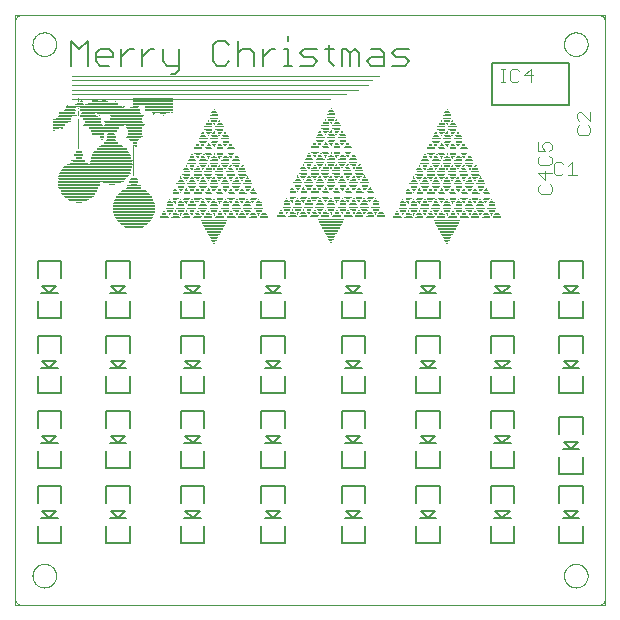
<source format=gto>
G75*
%MOIN*%
%OFA0B0*%
%FSLAX25Y25*%
%IPPOS*%
%LPD*%
%AMOC8*
5,1,8,0,0,1.08239X$1,22.5*
%
%ADD10C,0.00000*%
%ADD11C,0.00700*%
%ADD12R,0.00660X0.00333*%
%ADD13R,0.00660X0.00334*%
%ADD14R,0.01000X0.00333*%
%ADD15R,0.01670X0.00333*%
%ADD16R,0.01670X0.00334*%
%ADD17R,0.02000X0.00333*%
%ADD18R,0.02660X0.00333*%
%ADD19R,0.03000X0.00334*%
%ADD20R,0.03000X0.00333*%
%ADD21R,0.03670X0.00333*%
%ADD22R,0.04000X0.00334*%
%ADD23R,0.04660X0.00333*%
%ADD24R,0.05340X0.00334*%
%ADD25R,0.05670X0.00333*%
%ADD26R,0.06330X0.00333*%
%ADD27R,0.06330X0.00334*%
%ADD28R,0.06660X0.00333*%
%ADD29R,0.07340X0.00333*%
%ADD30R,0.07340X0.00334*%
%ADD31R,0.07670X0.00333*%
%ADD32R,0.08330X0.00333*%
%ADD33R,0.08660X0.00334*%
%ADD34R,0.08660X0.00333*%
%ADD35R,0.02670X0.00333*%
%ADD36R,0.02330X0.00333*%
%ADD37R,0.02340X0.00333*%
%ADD38R,0.02000X0.00334*%
%ADD39R,0.00330X0.00334*%
%ADD40R,0.00340X0.00334*%
%ADD41R,0.02340X0.00334*%
%ADD42R,0.01330X0.00333*%
%ADD43R,0.00330X0.00333*%
%ADD44R,0.00340X0.00333*%
%ADD45R,0.01660X0.00333*%
%ADD46R,0.00670X0.00333*%
%ADD47R,0.01340X0.00333*%
%ADD48R,0.01000X0.00334*%
%ADD49R,0.01330X0.00334*%
%ADD50R,0.01340X0.00334*%
%ADD51R,0.00670X0.00334*%
%ADD52R,0.01660X0.00334*%
%ADD53R,0.02330X0.00334*%
%ADD54R,0.02660X0.00334*%
%ADD55R,0.02670X0.00334*%
%ADD56R,0.03330X0.00334*%
%ADD57R,0.06670X0.00333*%
%ADD58R,0.08000X0.00334*%
%ADD59R,0.08670X0.00333*%
%ADD60R,0.09330X0.00333*%
%ADD61R,0.10330X0.00334*%
%ADD62R,0.10670X0.00333*%
%ADD63R,0.11330X0.00333*%
%ADD64R,0.11670X0.00334*%
%ADD65R,0.12330X0.00333*%
%ADD66R,0.12670X0.00333*%
%ADD67R,0.12670X0.00334*%
%ADD68R,0.13000X0.00333*%
%ADD69R,0.13330X0.00333*%
%ADD70R,0.13330X0.00334*%
%ADD71R,0.13670X0.00333*%
%ADD72R,0.14000X0.00333*%
%ADD73R,0.14000X0.00334*%
%ADD74R,0.04330X0.00334*%
%ADD75R,0.06000X0.00333*%
%ADD76R,0.07000X0.00333*%
%ADD77R,0.08330X0.00334*%
%ADD78R,0.12330X0.00334*%
%ADD79R,0.09000X0.00333*%
%ADD80R,0.12000X0.00333*%
%ADD81R,0.09670X0.00333*%
%ADD82R,0.11670X0.00333*%
%ADD83R,0.11330X0.00334*%
%ADD84R,0.11000X0.00333*%
%ADD85R,0.10000X0.00333*%
%ADD86R,0.09330X0.00334*%
%ADD87R,0.05000X0.00333*%
%ADD88R,0.04670X0.00333*%
%ADD89R,0.04670X0.00334*%
%ADD90R,0.13670X0.00334*%
%ADD91R,0.22000X0.00334*%
%ADD92R,0.22330X0.00333*%
%ADD93R,0.22670X0.00333*%
%ADD94R,0.23000X0.00334*%
%ADD95R,0.23330X0.00333*%
%ADD96R,0.23340X0.00333*%
%ADD97R,0.23340X0.00334*%
%ADD98R,0.23670X0.00333*%
%ADD99R,0.23660X0.00334*%
%ADD100R,0.23000X0.00333*%
%ADD101R,0.21670X0.00333*%
%ADD102R,0.05000X0.00334*%
%ADD103R,0.11000X0.00334*%
%ADD104R,0.10330X0.00333*%
%ADD105R,0.09000X0.00334*%
%ADD106R,0.08000X0.00333*%
%ADD107R,0.05670X0.00334*%
%ADD108R,0.04000X0.00333*%
%ADD109R,0.03330X0.00333*%
%ADD110R,0.05330X0.00333*%
%ADD111R,0.04330X0.00333*%
%ADD112R,0.04340X0.00334*%
%ADD113R,0.04340X0.00333*%
%ADD114R,0.03340X0.00333*%
%ADD115R,0.03670X0.00334*%
%ADD116R,0.11340X0.00334*%
%ADD117R,0.06000X0.00334*%
%ADD118R,0.06340X0.00333*%
%ADD119R,0.05660X0.00333*%
%ADD120R,0.12660X0.00333*%
%ADD121R,0.07660X0.00334*%
%ADD122R,0.10660X0.00333*%
%ADD123R,0.05340X0.00333*%
%ADD124R,0.11340X0.00333*%
%ADD125R,0.04660X0.00334*%
%ADD126R,0.11660X0.00334*%
%ADD127R,0.14670X0.00333*%
%ADD128R,0.19660X0.00333*%
%ADD129R,0.19000X0.00334*%
%ADD130R,0.07330X0.00334*%
%ADD131R,0.19670X0.00333*%
%ADD132R,0.20000X0.00333*%
%ADD133R,0.03340X0.00334*%
%ADD134R,0.15340X0.00334*%
%ADD135R,0.09660X0.00333*%
%ADD136R,0.18660X0.00333*%
%ADD137R,0.15330X0.00334*%
%ADD138R,0.10000X0.00334*%
%ADD139R,0.13660X0.00333*%
%ADD140R,0.13660X0.00334*%
%ADD141C,0.00400*%
%ADD142C,0.00800*%
D10*
X0006500Y0007484D02*
X0006500Y0204335D01*
X0203350Y0204335D01*
X0203350Y0007484D01*
X0006500Y0007484D01*
X0009000Y0007484D02*
X0200850Y0007484D01*
X0200948Y0007486D01*
X0201046Y0007492D01*
X0201144Y0007501D01*
X0201241Y0007515D01*
X0201338Y0007532D01*
X0201434Y0007553D01*
X0201529Y0007578D01*
X0201623Y0007606D01*
X0201715Y0007639D01*
X0201807Y0007674D01*
X0201897Y0007714D01*
X0201985Y0007756D01*
X0202072Y0007803D01*
X0202156Y0007852D01*
X0202239Y0007905D01*
X0202319Y0007961D01*
X0202398Y0008021D01*
X0202474Y0008083D01*
X0202547Y0008148D01*
X0202618Y0008216D01*
X0202686Y0008287D01*
X0202751Y0008360D01*
X0202813Y0008436D01*
X0202873Y0008515D01*
X0202929Y0008595D01*
X0202982Y0008678D01*
X0203031Y0008762D01*
X0203078Y0008849D01*
X0203120Y0008937D01*
X0203160Y0009027D01*
X0203195Y0009119D01*
X0203228Y0009211D01*
X0203256Y0009305D01*
X0203281Y0009400D01*
X0203302Y0009496D01*
X0203319Y0009593D01*
X0203333Y0009690D01*
X0203342Y0009788D01*
X0203348Y0009886D01*
X0203350Y0009984D01*
X0203350Y0201835D01*
X0203348Y0201933D01*
X0203342Y0202031D01*
X0203333Y0202129D01*
X0203319Y0202226D01*
X0203302Y0202323D01*
X0203281Y0202419D01*
X0203256Y0202514D01*
X0203228Y0202608D01*
X0203195Y0202700D01*
X0203160Y0202792D01*
X0203120Y0202882D01*
X0203078Y0202970D01*
X0203031Y0203057D01*
X0202982Y0203141D01*
X0202929Y0203224D01*
X0202873Y0203304D01*
X0202813Y0203383D01*
X0202751Y0203459D01*
X0202686Y0203532D01*
X0202618Y0203603D01*
X0202547Y0203671D01*
X0202474Y0203736D01*
X0202398Y0203798D01*
X0202319Y0203858D01*
X0202239Y0203914D01*
X0202156Y0203967D01*
X0202072Y0204016D01*
X0201985Y0204063D01*
X0201897Y0204105D01*
X0201807Y0204145D01*
X0201715Y0204180D01*
X0201623Y0204213D01*
X0201529Y0204241D01*
X0201434Y0204266D01*
X0201338Y0204287D01*
X0201241Y0204304D01*
X0201144Y0204318D01*
X0201046Y0204327D01*
X0200948Y0204333D01*
X0200850Y0204335D01*
X0009000Y0204335D01*
X0008902Y0204333D01*
X0008804Y0204327D01*
X0008706Y0204318D01*
X0008609Y0204304D01*
X0008512Y0204287D01*
X0008416Y0204266D01*
X0008321Y0204241D01*
X0008227Y0204213D01*
X0008135Y0204180D01*
X0008043Y0204145D01*
X0007953Y0204105D01*
X0007865Y0204063D01*
X0007778Y0204016D01*
X0007694Y0203967D01*
X0007611Y0203914D01*
X0007531Y0203858D01*
X0007452Y0203798D01*
X0007376Y0203736D01*
X0007303Y0203671D01*
X0007232Y0203603D01*
X0007164Y0203532D01*
X0007099Y0203459D01*
X0007037Y0203383D01*
X0006977Y0203304D01*
X0006921Y0203224D01*
X0006868Y0203141D01*
X0006819Y0203057D01*
X0006772Y0202970D01*
X0006730Y0202882D01*
X0006690Y0202792D01*
X0006655Y0202700D01*
X0006622Y0202608D01*
X0006594Y0202514D01*
X0006569Y0202419D01*
X0006548Y0202323D01*
X0006531Y0202226D01*
X0006517Y0202129D01*
X0006508Y0202031D01*
X0006502Y0201933D01*
X0006500Y0201835D01*
X0006500Y0009984D01*
X0006502Y0009886D01*
X0006508Y0009788D01*
X0006517Y0009690D01*
X0006531Y0009593D01*
X0006548Y0009496D01*
X0006569Y0009400D01*
X0006594Y0009305D01*
X0006622Y0009211D01*
X0006655Y0009119D01*
X0006690Y0009027D01*
X0006730Y0008937D01*
X0006772Y0008849D01*
X0006819Y0008762D01*
X0006868Y0008678D01*
X0006921Y0008595D01*
X0006977Y0008515D01*
X0007037Y0008436D01*
X0007099Y0008360D01*
X0007164Y0008287D01*
X0007232Y0008216D01*
X0007303Y0008148D01*
X0007376Y0008083D01*
X0007452Y0008021D01*
X0007531Y0007961D01*
X0007611Y0007905D01*
X0007694Y0007852D01*
X0007778Y0007803D01*
X0007865Y0007756D01*
X0007953Y0007714D01*
X0008043Y0007674D01*
X0008135Y0007639D01*
X0008227Y0007606D01*
X0008321Y0007578D01*
X0008416Y0007553D01*
X0008512Y0007532D01*
X0008609Y0007515D01*
X0008706Y0007501D01*
X0008804Y0007492D01*
X0008902Y0007486D01*
X0009000Y0007484D01*
X0012406Y0017327D02*
X0012408Y0017452D01*
X0012414Y0017577D01*
X0012424Y0017701D01*
X0012438Y0017825D01*
X0012455Y0017949D01*
X0012477Y0018072D01*
X0012503Y0018194D01*
X0012532Y0018316D01*
X0012565Y0018436D01*
X0012603Y0018555D01*
X0012643Y0018674D01*
X0012688Y0018790D01*
X0012736Y0018905D01*
X0012788Y0019019D01*
X0012844Y0019131D01*
X0012903Y0019241D01*
X0012965Y0019349D01*
X0013031Y0019456D01*
X0013100Y0019560D01*
X0013173Y0019661D01*
X0013248Y0019761D01*
X0013327Y0019858D01*
X0013409Y0019952D01*
X0013494Y0020044D01*
X0013581Y0020133D01*
X0013672Y0020219D01*
X0013765Y0020302D01*
X0013861Y0020383D01*
X0013959Y0020460D01*
X0014059Y0020534D01*
X0014162Y0020605D01*
X0014267Y0020672D01*
X0014375Y0020737D01*
X0014484Y0020797D01*
X0014595Y0020855D01*
X0014708Y0020908D01*
X0014822Y0020958D01*
X0014938Y0021005D01*
X0015055Y0021047D01*
X0015174Y0021086D01*
X0015294Y0021122D01*
X0015415Y0021153D01*
X0015537Y0021181D01*
X0015659Y0021204D01*
X0015783Y0021224D01*
X0015907Y0021240D01*
X0016031Y0021252D01*
X0016156Y0021260D01*
X0016281Y0021264D01*
X0016405Y0021264D01*
X0016530Y0021260D01*
X0016655Y0021252D01*
X0016779Y0021240D01*
X0016903Y0021224D01*
X0017027Y0021204D01*
X0017149Y0021181D01*
X0017271Y0021153D01*
X0017392Y0021122D01*
X0017512Y0021086D01*
X0017631Y0021047D01*
X0017748Y0021005D01*
X0017864Y0020958D01*
X0017978Y0020908D01*
X0018091Y0020855D01*
X0018202Y0020797D01*
X0018312Y0020737D01*
X0018419Y0020672D01*
X0018524Y0020605D01*
X0018627Y0020534D01*
X0018727Y0020460D01*
X0018825Y0020383D01*
X0018921Y0020302D01*
X0019014Y0020219D01*
X0019105Y0020133D01*
X0019192Y0020044D01*
X0019277Y0019952D01*
X0019359Y0019858D01*
X0019438Y0019761D01*
X0019513Y0019661D01*
X0019586Y0019560D01*
X0019655Y0019456D01*
X0019721Y0019349D01*
X0019783Y0019241D01*
X0019842Y0019131D01*
X0019898Y0019019D01*
X0019950Y0018905D01*
X0019998Y0018790D01*
X0020043Y0018674D01*
X0020083Y0018555D01*
X0020121Y0018436D01*
X0020154Y0018316D01*
X0020183Y0018194D01*
X0020209Y0018072D01*
X0020231Y0017949D01*
X0020248Y0017825D01*
X0020262Y0017701D01*
X0020272Y0017577D01*
X0020278Y0017452D01*
X0020280Y0017327D01*
X0020278Y0017202D01*
X0020272Y0017077D01*
X0020262Y0016953D01*
X0020248Y0016829D01*
X0020231Y0016705D01*
X0020209Y0016582D01*
X0020183Y0016460D01*
X0020154Y0016338D01*
X0020121Y0016218D01*
X0020083Y0016099D01*
X0020043Y0015980D01*
X0019998Y0015864D01*
X0019950Y0015749D01*
X0019898Y0015635D01*
X0019842Y0015523D01*
X0019783Y0015413D01*
X0019721Y0015305D01*
X0019655Y0015198D01*
X0019586Y0015094D01*
X0019513Y0014993D01*
X0019438Y0014893D01*
X0019359Y0014796D01*
X0019277Y0014702D01*
X0019192Y0014610D01*
X0019105Y0014521D01*
X0019014Y0014435D01*
X0018921Y0014352D01*
X0018825Y0014271D01*
X0018727Y0014194D01*
X0018627Y0014120D01*
X0018524Y0014049D01*
X0018419Y0013982D01*
X0018311Y0013917D01*
X0018202Y0013857D01*
X0018091Y0013799D01*
X0017978Y0013746D01*
X0017864Y0013696D01*
X0017748Y0013649D01*
X0017631Y0013607D01*
X0017512Y0013568D01*
X0017392Y0013532D01*
X0017271Y0013501D01*
X0017149Y0013473D01*
X0017027Y0013450D01*
X0016903Y0013430D01*
X0016779Y0013414D01*
X0016655Y0013402D01*
X0016530Y0013394D01*
X0016405Y0013390D01*
X0016281Y0013390D01*
X0016156Y0013394D01*
X0016031Y0013402D01*
X0015907Y0013414D01*
X0015783Y0013430D01*
X0015659Y0013450D01*
X0015537Y0013473D01*
X0015415Y0013501D01*
X0015294Y0013532D01*
X0015174Y0013568D01*
X0015055Y0013607D01*
X0014938Y0013649D01*
X0014822Y0013696D01*
X0014708Y0013746D01*
X0014595Y0013799D01*
X0014484Y0013857D01*
X0014374Y0013917D01*
X0014267Y0013982D01*
X0014162Y0014049D01*
X0014059Y0014120D01*
X0013959Y0014194D01*
X0013861Y0014271D01*
X0013765Y0014352D01*
X0013672Y0014435D01*
X0013581Y0014521D01*
X0013494Y0014610D01*
X0013409Y0014702D01*
X0013327Y0014796D01*
X0013248Y0014893D01*
X0013173Y0014993D01*
X0013100Y0015094D01*
X0013031Y0015198D01*
X0012965Y0015305D01*
X0012903Y0015413D01*
X0012844Y0015523D01*
X0012788Y0015635D01*
X0012736Y0015749D01*
X0012688Y0015864D01*
X0012643Y0015980D01*
X0012603Y0016099D01*
X0012565Y0016218D01*
X0012532Y0016338D01*
X0012503Y0016460D01*
X0012477Y0016582D01*
X0012455Y0016705D01*
X0012438Y0016829D01*
X0012424Y0016953D01*
X0012414Y0017077D01*
X0012408Y0017202D01*
X0012406Y0017327D01*
X0189571Y0017327D02*
X0189573Y0017452D01*
X0189579Y0017577D01*
X0189589Y0017701D01*
X0189603Y0017825D01*
X0189620Y0017949D01*
X0189642Y0018072D01*
X0189668Y0018194D01*
X0189697Y0018316D01*
X0189730Y0018436D01*
X0189768Y0018555D01*
X0189808Y0018674D01*
X0189853Y0018790D01*
X0189901Y0018905D01*
X0189953Y0019019D01*
X0190009Y0019131D01*
X0190068Y0019241D01*
X0190130Y0019349D01*
X0190196Y0019456D01*
X0190265Y0019560D01*
X0190338Y0019661D01*
X0190413Y0019761D01*
X0190492Y0019858D01*
X0190574Y0019952D01*
X0190659Y0020044D01*
X0190746Y0020133D01*
X0190837Y0020219D01*
X0190930Y0020302D01*
X0191026Y0020383D01*
X0191124Y0020460D01*
X0191224Y0020534D01*
X0191327Y0020605D01*
X0191432Y0020672D01*
X0191540Y0020737D01*
X0191649Y0020797D01*
X0191760Y0020855D01*
X0191873Y0020908D01*
X0191987Y0020958D01*
X0192103Y0021005D01*
X0192220Y0021047D01*
X0192339Y0021086D01*
X0192459Y0021122D01*
X0192580Y0021153D01*
X0192702Y0021181D01*
X0192824Y0021204D01*
X0192948Y0021224D01*
X0193072Y0021240D01*
X0193196Y0021252D01*
X0193321Y0021260D01*
X0193446Y0021264D01*
X0193570Y0021264D01*
X0193695Y0021260D01*
X0193820Y0021252D01*
X0193944Y0021240D01*
X0194068Y0021224D01*
X0194192Y0021204D01*
X0194314Y0021181D01*
X0194436Y0021153D01*
X0194557Y0021122D01*
X0194677Y0021086D01*
X0194796Y0021047D01*
X0194913Y0021005D01*
X0195029Y0020958D01*
X0195143Y0020908D01*
X0195256Y0020855D01*
X0195367Y0020797D01*
X0195477Y0020737D01*
X0195584Y0020672D01*
X0195689Y0020605D01*
X0195792Y0020534D01*
X0195892Y0020460D01*
X0195990Y0020383D01*
X0196086Y0020302D01*
X0196179Y0020219D01*
X0196270Y0020133D01*
X0196357Y0020044D01*
X0196442Y0019952D01*
X0196524Y0019858D01*
X0196603Y0019761D01*
X0196678Y0019661D01*
X0196751Y0019560D01*
X0196820Y0019456D01*
X0196886Y0019349D01*
X0196948Y0019241D01*
X0197007Y0019131D01*
X0197063Y0019019D01*
X0197115Y0018905D01*
X0197163Y0018790D01*
X0197208Y0018674D01*
X0197248Y0018555D01*
X0197286Y0018436D01*
X0197319Y0018316D01*
X0197348Y0018194D01*
X0197374Y0018072D01*
X0197396Y0017949D01*
X0197413Y0017825D01*
X0197427Y0017701D01*
X0197437Y0017577D01*
X0197443Y0017452D01*
X0197445Y0017327D01*
X0197443Y0017202D01*
X0197437Y0017077D01*
X0197427Y0016953D01*
X0197413Y0016829D01*
X0197396Y0016705D01*
X0197374Y0016582D01*
X0197348Y0016460D01*
X0197319Y0016338D01*
X0197286Y0016218D01*
X0197248Y0016099D01*
X0197208Y0015980D01*
X0197163Y0015864D01*
X0197115Y0015749D01*
X0197063Y0015635D01*
X0197007Y0015523D01*
X0196948Y0015413D01*
X0196886Y0015305D01*
X0196820Y0015198D01*
X0196751Y0015094D01*
X0196678Y0014993D01*
X0196603Y0014893D01*
X0196524Y0014796D01*
X0196442Y0014702D01*
X0196357Y0014610D01*
X0196270Y0014521D01*
X0196179Y0014435D01*
X0196086Y0014352D01*
X0195990Y0014271D01*
X0195892Y0014194D01*
X0195792Y0014120D01*
X0195689Y0014049D01*
X0195584Y0013982D01*
X0195476Y0013917D01*
X0195367Y0013857D01*
X0195256Y0013799D01*
X0195143Y0013746D01*
X0195029Y0013696D01*
X0194913Y0013649D01*
X0194796Y0013607D01*
X0194677Y0013568D01*
X0194557Y0013532D01*
X0194436Y0013501D01*
X0194314Y0013473D01*
X0194192Y0013450D01*
X0194068Y0013430D01*
X0193944Y0013414D01*
X0193820Y0013402D01*
X0193695Y0013394D01*
X0193570Y0013390D01*
X0193446Y0013390D01*
X0193321Y0013394D01*
X0193196Y0013402D01*
X0193072Y0013414D01*
X0192948Y0013430D01*
X0192824Y0013450D01*
X0192702Y0013473D01*
X0192580Y0013501D01*
X0192459Y0013532D01*
X0192339Y0013568D01*
X0192220Y0013607D01*
X0192103Y0013649D01*
X0191987Y0013696D01*
X0191873Y0013746D01*
X0191760Y0013799D01*
X0191649Y0013857D01*
X0191539Y0013917D01*
X0191432Y0013982D01*
X0191327Y0014049D01*
X0191224Y0014120D01*
X0191124Y0014194D01*
X0191026Y0014271D01*
X0190930Y0014352D01*
X0190837Y0014435D01*
X0190746Y0014521D01*
X0190659Y0014610D01*
X0190574Y0014702D01*
X0190492Y0014796D01*
X0190413Y0014893D01*
X0190338Y0014993D01*
X0190265Y0015094D01*
X0190196Y0015198D01*
X0190130Y0015305D01*
X0190068Y0015413D01*
X0190009Y0015523D01*
X0189953Y0015635D01*
X0189901Y0015749D01*
X0189853Y0015864D01*
X0189808Y0015980D01*
X0189768Y0016099D01*
X0189730Y0016218D01*
X0189697Y0016338D01*
X0189668Y0016460D01*
X0189642Y0016582D01*
X0189620Y0016705D01*
X0189603Y0016829D01*
X0189589Y0016953D01*
X0189579Y0017077D01*
X0189573Y0017202D01*
X0189571Y0017327D01*
X0189571Y0194492D02*
X0189573Y0194617D01*
X0189579Y0194742D01*
X0189589Y0194866D01*
X0189603Y0194990D01*
X0189620Y0195114D01*
X0189642Y0195237D01*
X0189668Y0195359D01*
X0189697Y0195481D01*
X0189730Y0195601D01*
X0189768Y0195720D01*
X0189808Y0195839D01*
X0189853Y0195955D01*
X0189901Y0196070D01*
X0189953Y0196184D01*
X0190009Y0196296D01*
X0190068Y0196406D01*
X0190130Y0196514D01*
X0190196Y0196621D01*
X0190265Y0196725D01*
X0190338Y0196826D01*
X0190413Y0196926D01*
X0190492Y0197023D01*
X0190574Y0197117D01*
X0190659Y0197209D01*
X0190746Y0197298D01*
X0190837Y0197384D01*
X0190930Y0197467D01*
X0191026Y0197548D01*
X0191124Y0197625D01*
X0191224Y0197699D01*
X0191327Y0197770D01*
X0191432Y0197837D01*
X0191540Y0197902D01*
X0191649Y0197962D01*
X0191760Y0198020D01*
X0191873Y0198073D01*
X0191987Y0198123D01*
X0192103Y0198170D01*
X0192220Y0198212D01*
X0192339Y0198251D01*
X0192459Y0198287D01*
X0192580Y0198318D01*
X0192702Y0198346D01*
X0192824Y0198369D01*
X0192948Y0198389D01*
X0193072Y0198405D01*
X0193196Y0198417D01*
X0193321Y0198425D01*
X0193446Y0198429D01*
X0193570Y0198429D01*
X0193695Y0198425D01*
X0193820Y0198417D01*
X0193944Y0198405D01*
X0194068Y0198389D01*
X0194192Y0198369D01*
X0194314Y0198346D01*
X0194436Y0198318D01*
X0194557Y0198287D01*
X0194677Y0198251D01*
X0194796Y0198212D01*
X0194913Y0198170D01*
X0195029Y0198123D01*
X0195143Y0198073D01*
X0195256Y0198020D01*
X0195367Y0197962D01*
X0195477Y0197902D01*
X0195584Y0197837D01*
X0195689Y0197770D01*
X0195792Y0197699D01*
X0195892Y0197625D01*
X0195990Y0197548D01*
X0196086Y0197467D01*
X0196179Y0197384D01*
X0196270Y0197298D01*
X0196357Y0197209D01*
X0196442Y0197117D01*
X0196524Y0197023D01*
X0196603Y0196926D01*
X0196678Y0196826D01*
X0196751Y0196725D01*
X0196820Y0196621D01*
X0196886Y0196514D01*
X0196948Y0196406D01*
X0197007Y0196296D01*
X0197063Y0196184D01*
X0197115Y0196070D01*
X0197163Y0195955D01*
X0197208Y0195839D01*
X0197248Y0195720D01*
X0197286Y0195601D01*
X0197319Y0195481D01*
X0197348Y0195359D01*
X0197374Y0195237D01*
X0197396Y0195114D01*
X0197413Y0194990D01*
X0197427Y0194866D01*
X0197437Y0194742D01*
X0197443Y0194617D01*
X0197445Y0194492D01*
X0197443Y0194367D01*
X0197437Y0194242D01*
X0197427Y0194118D01*
X0197413Y0193994D01*
X0197396Y0193870D01*
X0197374Y0193747D01*
X0197348Y0193625D01*
X0197319Y0193503D01*
X0197286Y0193383D01*
X0197248Y0193264D01*
X0197208Y0193145D01*
X0197163Y0193029D01*
X0197115Y0192914D01*
X0197063Y0192800D01*
X0197007Y0192688D01*
X0196948Y0192578D01*
X0196886Y0192470D01*
X0196820Y0192363D01*
X0196751Y0192259D01*
X0196678Y0192158D01*
X0196603Y0192058D01*
X0196524Y0191961D01*
X0196442Y0191867D01*
X0196357Y0191775D01*
X0196270Y0191686D01*
X0196179Y0191600D01*
X0196086Y0191517D01*
X0195990Y0191436D01*
X0195892Y0191359D01*
X0195792Y0191285D01*
X0195689Y0191214D01*
X0195584Y0191147D01*
X0195476Y0191082D01*
X0195367Y0191022D01*
X0195256Y0190964D01*
X0195143Y0190911D01*
X0195029Y0190861D01*
X0194913Y0190814D01*
X0194796Y0190772D01*
X0194677Y0190733D01*
X0194557Y0190697D01*
X0194436Y0190666D01*
X0194314Y0190638D01*
X0194192Y0190615D01*
X0194068Y0190595D01*
X0193944Y0190579D01*
X0193820Y0190567D01*
X0193695Y0190559D01*
X0193570Y0190555D01*
X0193446Y0190555D01*
X0193321Y0190559D01*
X0193196Y0190567D01*
X0193072Y0190579D01*
X0192948Y0190595D01*
X0192824Y0190615D01*
X0192702Y0190638D01*
X0192580Y0190666D01*
X0192459Y0190697D01*
X0192339Y0190733D01*
X0192220Y0190772D01*
X0192103Y0190814D01*
X0191987Y0190861D01*
X0191873Y0190911D01*
X0191760Y0190964D01*
X0191649Y0191022D01*
X0191539Y0191082D01*
X0191432Y0191147D01*
X0191327Y0191214D01*
X0191224Y0191285D01*
X0191124Y0191359D01*
X0191026Y0191436D01*
X0190930Y0191517D01*
X0190837Y0191600D01*
X0190746Y0191686D01*
X0190659Y0191775D01*
X0190574Y0191867D01*
X0190492Y0191961D01*
X0190413Y0192058D01*
X0190338Y0192158D01*
X0190265Y0192259D01*
X0190196Y0192363D01*
X0190130Y0192470D01*
X0190068Y0192578D01*
X0190009Y0192688D01*
X0189953Y0192800D01*
X0189901Y0192914D01*
X0189853Y0193029D01*
X0189808Y0193145D01*
X0189768Y0193264D01*
X0189730Y0193383D01*
X0189697Y0193503D01*
X0189668Y0193625D01*
X0189642Y0193747D01*
X0189620Y0193870D01*
X0189603Y0193994D01*
X0189589Y0194118D01*
X0189579Y0194242D01*
X0189573Y0194367D01*
X0189571Y0194492D01*
X0012406Y0194492D02*
X0012408Y0194617D01*
X0012414Y0194742D01*
X0012424Y0194866D01*
X0012438Y0194990D01*
X0012455Y0195114D01*
X0012477Y0195237D01*
X0012503Y0195359D01*
X0012532Y0195481D01*
X0012565Y0195601D01*
X0012603Y0195720D01*
X0012643Y0195839D01*
X0012688Y0195955D01*
X0012736Y0196070D01*
X0012788Y0196184D01*
X0012844Y0196296D01*
X0012903Y0196406D01*
X0012965Y0196514D01*
X0013031Y0196621D01*
X0013100Y0196725D01*
X0013173Y0196826D01*
X0013248Y0196926D01*
X0013327Y0197023D01*
X0013409Y0197117D01*
X0013494Y0197209D01*
X0013581Y0197298D01*
X0013672Y0197384D01*
X0013765Y0197467D01*
X0013861Y0197548D01*
X0013959Y0197625D01*
X0014059Y0197699D01*
X0014162Y0197770D01*
X0014267Y0197837D01*
X0014375Y0197902D01*
X0014484Y0197962D01*
X0014595Y0198020D01*
X0014708Y0198073D01*
X0014822Y0198123D01*
X0014938Y0198170D01*
X0015055Y0198212D01*
X0015174Y0198251D01*
X0015294Y0198287D01*
X0015415Y0198318D01*
X0015537Y0198346D01*
X0015659Y0198369D01*
X0015783Y0198389D01*
X0015907Y0198405D01*
X0016031Y0198417D01*
X0016156Y0198425D01*
X0016281Y0198429D01*
X0016405Y0198429D01*
X0016530Y0198425D01*
X0016655Y0198417D01*
X0016779Y0198405D01*
X0016903Y0198389D01*
X0017027Y0198369D01*
X0017149Y0198346D01*
X0017271Y0198318D01*
X0017392Y0198287D01*
X0017512Y0198251D01*
X0017631Y0198212D01*
X0017748Y0198170D01*
X0017864Y0198123D01*
X0017978Y0198073D01*
X0018091Y0198020D01*
X0018202Y0197962D01*
X0018312Y0197902D01*
X0018419Y0197837D01*
X0018524Y0197770D01*
X0018627Y0197699D01*
X0018727Y0197625D01*
X0018825Y0197548D01*
X0018921Y0197467D01*
X0019014Y0197384D01*
X0019105Y0197298D01*
X0019192Y0197209D01*
X0019277Y0197117D01*
X0019359Y0197023D01*
X0019438Y0196926D01*
X0019513Y0196826D01*
X0019586Y0196725D01*
X0019655Y0196621D01*
X0019721Y0196514D01*
X0019783Y0196406D01*
X0019842Y0196296D01*
X0019898Y0196184D01*
X0019950Y0196070D01*
X0019998Y0195955D01*
X0020043Y0195839D01*
X0020083Y0195720D01*
X0020121Y0195601D01*
X0020154Y0195481D01*
X0020183Y0195359D01*
X0020209Y0195237D01*
X0020231Y0195114D01*
X0020248Y0194990D01*
X0020262Y0194866D01*
X0020272Y0194742D01*
X0020278Y0194617D01*
X0020280Y0194492D01*
X0020278Y0194367D01*
X0020272Y0194242D01*
X0020262Y0194118D01*
X0020248Y0193994D01*
X0020231Y0193870D01*
X0020209Y0193747D01*
X0020183Y0193625D01*
X0020154Y0193503D01*
X0020121Y0193383D01*
X0020083Y0193264D01*
X0020043Y0193145D01*
X0019998Y0193029D01*
X0019950Y0192914D01*
X0019898Y0192800D01*
X0019842Y0192688D01*
X0019783Y0192578D01*
X0019721Y0192470D01*
X0019655Y0192363D01*
X0019586Y0192259D01*
X0019513Y0192158D01*
X0019438Y0192058D01*
X0019359Y0191961D01*
X0019277Y0191867D01*
X0019192Y0191775D01*
X0019105Y0191686D01*
X0019014Y0191600D01*
X0018921Y0191517D01*
X0018825Y0191436D01*
X0018727Y0191359D01*
X0018627Y0191285D01*
X0018524Y0191214D01*
X0018419Y0191147D01*
X0018311Y0191082D01*
X0018202Y0191022D01*
X0018091Y0190964D01*
X0017978Y0190911D01*
X0017864Y0190861D01*
X0017748Y0190814D01*
X0017631Y0190772D01*
X0017512Y0190733D01*
X0017392Y0190697D01*
X0017271Y0190666D01*
X0017149Y0190638D01*
X0017027Y0190615D01*
X0016903Y0190595D01*
X0016779Y0190579D01*
X0016655Y0190567D01*
X0016530Y0190559D01*
X0016405Y0190555D01*
X0016281Y0190555D01*
X0016156Y0190559D01*
X0016031Y0190567D01*
X0015907Y0190579D01*
X0015783Y0190595D01*
X0015659Y0190615D01*
X0015537Y0190638D01*
X0015415Y0190666D01*
X0015294Y0190697D01*
X0015174Y0190733D01*
X0015055Y0190772D01*
X0014938Y0190814D01*
X0014822Y0190861D01*
X0014708Y0190911D01*
X0014595Y0190964D01*
X0014484Y0191022D01*
X0014374Y0191082D01*
X0014267Y0191147D01*
X0014162Y0191214D01*
X0014059Y0191285D01*
X0013959Y0191359D01*
X0013861Y0191436D01*
X0013765Y0191517D01*
X0013672Y0191600D01*
X0013581Y0191686D01*
X0013494Y0191775D01*
X0013409Y0191867D01*
X0013327Y0191961D01*
X0013248Y0192058D01*
X0013173Y0192158D01*
X0013100Y0192259D01*
X0013031Y0192363D01*
X0012965Y0192470D01*
X0012903Y0192578D01*
X0012844Y0192688D01*
X0012788Y0192800D01*
X0012736Y0192914D01*
X0012688Y0193029D01*
X0012643Y0193145D01*
X0012603Y0193264D01*
X0012565Y0193383D01*
X0012532Y0193503D01*
X0012503Y0193625D01*
X0012477Y0193747D01*
X0012455Y0193870D01*
X0012438Y0193994D01*
X0012424Y0194118D01*
X0012414Y0194242D01*
X0012408Y0194367D01*
X0012406Y0194492D01*
D11*
X0025236Y0195724D02*
X0025236Y0187362D01*
X0030811Y0187362D02*
X0030811Y0195724D01*
X0028023Y0192937D01*
X0025236Y0195724D01*
X0033574Y0191543D02*
X0033574Y0188756D01*
X0034967Y0187362D01*
X0037755Y0187362D01*
X0039148Y0190149D02*
X0033574Y0190149D01*
X0033574Y0191543D02*
X0034967Y0192937D01*
X0037755Y0192937D01*
X0039148Y0191543D01*
X0039148Y0190149D01*
X0041911Y0190149D02*
X0044699Y0192937D01*
X0046093Y0192937D01*
X0048860Y0192937D02*
X0048860Y0187362D01*
X0048860Y0190149D02*
X0051647Y0192937D01*
X0053041Y0192937D01*
X0055808Y0192937D02*
X0055808Y0188756D01*
X0057202Y0187362D01*
X0061383Y0187362D01*
X0061383Y0185968D02*
X0059989Y0184574D01*
X0058595Y0184574D01*
X0061383Y0185968D02*
X0061383Y0192937D01*
X0072484Y0194330D02*
X0072484Y0188756D01*
X0073877Y0187362D01*
X0076665Y0187362D01*
X0078058Y0188756D01*
X0080821Y0187362D02*
X0080821Y0195724D01*
X0078058Y0194330D02*
X0076665Y0195724D01*
X0073877Y0195724D01*
X0072484Y0194330D01*
X0080821Y0191543D02*
X0082215Y0192937D01*
X0085002Y0192937D01*
X0086396Y0191543D01*
X0086396Y0187362D01*
X0089159Y0187362D02*
X0089159Y0192937D01*
X0091947Y0192937D02*
X0093340Y0192937D01*
X0091947Y0192937D02*
X0089159Y0190149D01*
X0096107Y0187362D02*
X0098895Y0187362D01*
X0097501Y0187362D02*
X0097501Y0192937D01*
X0096107Y0192937D01*
X0097501Y0195724D02*
X0097501Y0197118D01*
X0103060Y0192937D02*
X0107241Y0192937D01*
X0110004Y0192937D02*
X0112791Y0192937D01*
X0111397Y0194330D02*
X0111397Y0188756D01*
X0112791Y0187362D01*
X0115562Y0187362D02*
X0115562Y0192937D01*
X0116956Y0192937D01*
X0118350Y0191543D01*
X0119743Y0192937D01*
X0121137Y0191543D01*
X0121137Y0187362D01*
X0118350Y0187362D02*
X0118350Y0191543D01*
X0123900Y0188756D02*
X0125294Y0187362D01*
X0129475Y0187362D01*
X0129475Y0191543D01*
X0128081Y0192937D01*
X0125294Y0192937D01*
X0125294Y0190149D02*
X0129475Y0190149D01*
X0132238Y0191543D02*
X0133632Y0192937D01*
X0137813Y0192937D01*
X0136419Y0190149D02*
X0133632Y0190149D01*
X0132238Y0191543D01*
X0136419Y0190149D02*
X0137813Y0188756D01*
X0136419Y0187362D01*
X0132238Y0187362D01*
X0125294Y0190149D02*
X0123900Y0188756D01*
X0107241Y0188756D02*
X0105847Y0190149D01*
X0103060Y0190149D01*
X0101666Y0191543D01*
X0103060Y0192937D01*
X0107241Y0188756D02*
X0105847Y0187362D01*
X0101666Y0187362D01*
X0041911Y0187362D02*
X0041911Y0192937D01*
D12*
X0042999Y0173592D03*
X0052999Y0171259D03*
X0058999Y0171592D03*
X0072996Y0167805D03*
X0072996Y0164805D03*
X0072996Y0160472D03*
X0072996Y0156805D03*
X0072996Y0152805D03*
X0072996Y0152472D03*
X0072996Y0149805D03*
X0072996Y0142472D03*
X0074996Y0138472D03*
X0072996Y0137805D03*
X0072996Y0127805D03*
X0083996Y0137472D03*
X0083996Y0142472D03*
X0085996Y0145805D03*
X0098992Y0146139D03*
X0100992Y0145806D03*
X0100992Y0149806D03*
X0098992Y0141806D03*
X0100992Y0138139D03*
X0111992Y0138139D03*
X0113992Y0138806D03*
X0111992Y0142806D03*
X0111992Y0150139D03*
X0111992Y0152806D03*
X0111992Y0153139D03*
X0111992Y0157139D03*
X0111992Y0160806D03*
X0111992Y0165139D03*
X0111992Y0168139D03*
X0139655Y0149472D03*
X0139655Y0145472D03*
X0137655Y0145805D03*
X0137655Y0141472D03*
X0139655Y0137805D03*
X0150655Y0137805D03*
X0152655Y0138472D03*
X0150655Y0142472D03*
X0150655Y0149805D03*
X0150655Y0152472D03*
X0150655Y0152805D03*
X0150655Y0156805D03*
X0150655Y0160472D03*
X0150655Y0164805D03*
X0150655Y0167805D03*
X0163655Y0145805D03*
X0161655Y0142472D03*
X0161655Y0137472D03*
X0150655Y0127805D03*
X0124992Y0146139D03*
X0122992Y0142806D03*
X0122992Y0137806D03*
X0111992Y0128139D03*
X0061996Y0137805D03*
X0059996Y0141472D03*
X0059996Y0145805D03*
X0061996Y0145472D03*
X0061996Y0149472D03*
X0046999Y0160259D03*
D13*
X0059996Y0146139D03*
X0061996Y0145139D03*
X0061996Y0142139D03*
X0059996Y0138139D03*
X0070996Y0138139D03*
X0072996Y0145139D03*
X0085996Y0138139D03*
X0098992Y0138472D03*
X0100992Y0142472D03*
X0100992Y0145472D03*
X0098992Y0146472D03*
X0109992Y0138472D03*
X0111992Y0145472D03*
X0124992Y0138472D03*
X0137655Y0138139D03*
X0139655Y0142139D03*
X0139655Y0145139D03*
X0137655Y0146139D03*
X0148655Y0138139D03*
X0150655Y0145139D03*
X0163655Y0138139D03*
X0150655Y0128139D03*
X0111992Y0128472D03*
X0111992Y0157472D03*
X0111992Y0172472D03*
X0150655Y0172139D03*
X0150655Y0157139D03*
X0072996Y0157139D03*
X0072996Y0172139D03*
X0032999Y0175926D03*
X0072996Y0128139D03*
D14*
X0072826Y0128472D03*
X0069166Y0137805D03*
X0065496Y0137805D03*
X0069166Y0141805D03*
X0071166Y0141805D03*
X0072826Y0141805D03*
X0076826Y0141805D03*
X0078496Y0141805D03*
X0080496Y0141805D03*
X0082166Y0141805D03*
X0084166Y0141805D03*
X0085826Y0141805D03*
X0087826Y0141805D03*
X0087826Y0137805D03*
X0084166Y0137805D03*
X0084166Y0145472D03*
X0080496Y0145472D03*
X0078496Y0145472D03*
X0076826Y0145472D03*
X0074826Y0145472D03*
X0074826Y0145805D03*
X0072826Y0145472D03*
X0071166Y0145472D03*
X0069166Y0145472D03*
X0069166Y0145805D03*
X0067496Y0145805D03*
X0067496Y0145472D03*
X0063826Y0145472D03*
X0061826Y0141805D03*
X0059826Y0141805D03*
X0058166Y0141805D03*
X0067496Y0149472D03*
X0069166Y0149472D03*
X0071166Y0149472D03*
X0072826Y0149472D03*
X0074826Y0149472D03*
X0076496Y0149472D03*
X0078496Y0149472D03*
X0080496Y0149472D03*
X0082166Y0149472D03*
X0084166Y0149472D03*
X0080496Y0156805D03*
X0078496Y0156805D03*
X0076826Y0156805D03*
X0078496Y0160472D03*
X0078496Y0160805D03*
X0074826Y0160805D03*
X0074826Y0164472D03*
X0072826Y0164472D03*
X0071166Y0164472D03*
X0069166Y0164472D03*
X0069166Y0160805D03*
X0069166Y0160472D03*
X0067496Y0160472D03*
X0067496Y0160805D03*
X0067496Y0156805D03*
X0069166Y0156805D03*
X0071166Y0156805D03*
X0065496Y0152805D03*
X0097162Y0142139D03*
X0098822Y0142139D03*
X0100822Y0142139D03*
X0102822Y0145806D03*
X0106492Y0145806D03*
X0106492Y0146139D03*
X0108162Y0146139D03*
X0108162Y0145806D03*
X0110162Y0145806D03*
X0111822Y0145806D03*
X0113822Y0145806D03*
X0113822Y0146139D03*
X0115822Y0145806D03*
X0117492Y0145806D03*
X0119492Y0145806D03*
X0119492Y0142139D03*
X0121162Y0142139D03*
X0123162Y0142139D03*
X0124822Y0142139D03*
X0126822Y0142139D03*
X0126822Y0138139D03*
X0123162Y0138139D03*
X0117492Y0142139D03*
X0115822Y0142139D03*
X0111822Y0142139D03*
X0110162Y0142139D03*
X0108162Y0142139D03*
X0108162Y0138139D03*
X0104492Y0138139D03*
X0106492Y0149806D03*
X0108162Y0149806D03*
X0110162Y0149806D03*
X0111822Y0149806D03*
X0113822Y0149806D03*
X0115492Y0149806D03*
X0117492Y0149806D03*
X0119492Y0149806D03*
X0121162Y0149806D03*
X0123162Y0149806D03*
X0123162Y0145806D03*
X0135825Y0141805D03*
X0137485Y0141805D03*
X0139485Y0141805D03*
X0141485Y0145472D03*
X0145155Y0145472D03*
X0145155Y0145805D03*
X0146825Y0145805D03*
X0146825Y0145472D03*
X0148825Y0145472D03*
X0150485Y0145472D03*
X0152485Y0145472D03*
X0152485Y0145805D03*
X0154485Y0145472D03*
X0156155Y0145472D03*
X0158155Y0145472D03*
X0161825Y0145472D03*
X0161825Y0141805D03*
X0163485Y0141805D03*
X0165485Y0141805D03*
X0165485Y0137805D03*
X0161825Y0137805D03*
X0159825Y0141805D03*
X0158155Y0141805D03*
X0156155Y0141805D03*
X0154485Y0141805D03*
X0150485Y0141805D03*
X0148825Y0141805D03*
X0146825Y0141805D03*
X0146825Y0137805D03*
X0143155Y0137805D03*
X0150485Y0128472D03*
X0150485Y0149472D03*
X0148825Y0149472D03*
X0146825Y0149472D03*
X0145155Y0149472D03*
X0143155Y0152805D03*
X0145155Y0156805D03*
X0146825Y0156805D03*
X0148825Y0156805D03*
X0146825Y0160472D03*
X0146825Y0160805D03*
X0145155Y0160805D03*
X0145155Y0160472D03*
X0146825Y0164472D03*
X0148825Y0164472D03*
X0150485Y0164472D03*
X0152485Y0164472D03*
X0152485Y0160805D03*
X0156155Y0160805D03*
X0156155Y0160472D03*
X0156155Y0156805D03*
X0154485Y0156805D03*
X0158155Y0156805D03*
X0158155Y0149472D03*
X0159825Y0149472D03*
X0161825Y0149472D03*
X0156155Y0149472D03*
X0154155Y0149472D03*
X0152485Y0149472D03*
X0119492Y0157139D03*
X0117492Y0157139D03*
X0115822Y0157139D03*
X0117492Y0160806D03*
X0117492Y0161139D03*
X0113822Y0161139D03*
X0113822Y0164806D03*
X0111822Y0164806D03*
X0110162Y0164806D03*
X0108162Y0164806D03*
X0108162Y0161139D03*
X0108162Y0160806D03*
X0106492Y0160806D03*
X0106492Y0161139D03*
X0106492Y0157139D03*
X0108162Y0157139D03*
X0110162Y0157139D03*
X0104492Y0153139D03*
X0111822Y0128806D03*
X0028829Y0175259D03*
D15*
X0028164Y0174592D03*
X0033164Y0175592D03*
X0046834Y0173592D03*
X0027834Y0158592D03*
X0020164Y0166259D03*
X0027834Y0141592D03*
X0058161Y0141472D03*
X0058161Y0138472D03*
X0060161Y0137472D03*
X0061831Y0138472D03*
X0061831Y0138805D03*
X0061831Y0141472D03*
X0060161Y0144805D03*
X0071161Y0142472D03*
X0072831Y0141472D03*
X0074831Y0142472D03*
X0076831Y0141472D03*
X0076831Y0138472D03*
X0082161Y0137472D03*
X0084161Y0138472D03*
X0084161Y0141472D03*
X0085831Y0142472D03*
X0087831Y0141472D03*
X0087831Y0138805D03*
X0087831Y0138472D03*
X0082161Y0142472D03*
X0084161Y0148805D03*
X0082161Y0149805D03*
X0082161Y0152805D03*
X0076831Y0156472D03*
X0074831Y0157472D03*
X0074831Y0157805D03*
X0072831Y0156472D03*
X0071161Y0157472D03*
X0069161Y0153805D03*
X0071161Y0152805D03*
X0071161Y0152472D03*
X0072831Y0153472D03*
X0074831Y0152805D03*
X0074831Y0152472D03*
X0074831Y0149805D03*
X0072831Y0148805D03*
X0071161Y0149805D03*
X0071161Y0137472D03*
X0072831Y0128805D03*
X0097157Y0138806D03*
X0099157Y0137806D03*
X0100827Y0138806D03*
X0100827Y0139139D03*
X0100827Y0141806D03*
X0097157Y0141806D03*
X0099157Y0145139D03*
X0110157Y0142806D03*
X0111827Y0141806D03*
X0113827Y0142806D03*
X0115827Y0141806D03*
X0115827Y0138806D03*
X0121157Y0137806D03*
X0123157Y0138806D03*
X0123157Y0141806D03*
X0124827Y0142806D03*
X0126827Y0141806D03*
X0126827Y0139139D03*
X0126827Y0138806D03*
X0121157Y0142806D03*
X0123157Y0149139D03*
X0121157Y0150139D03*
X0121157Y0153139D03*
X0115827Y0156806D03*
X0113827Y0157806D03*
X0113827Y0158139D03*
X0111827Y0156806D03*
X0110157Y0157806D03*
X0108157Y0154139D03*
X0110157Y0153139D03*
X0110157Y0152806D03*
X0111827Y0153806D03*
X0113827Y0153139D03*
X0113827Y0152806D03*
X0113827Y0150139D03*
X0111827Y0149139D03*
X0110157Y0150139D03*
X0110157Y0137806D03*
X0111827Y0129139D03*
X0135820Y0138472D03*
X0137820Y0137472D03*
X0139490Y0138472D03*
X0139490Y0138805D03*
X0139490Y0141472D03*
X0135820Y0141472D03*
X0137820Y0144805D03*
X0148820Y0142472D03*
X0150490Y0141472D03*
X0152490Y0142472D03*
X0154490Y0141472D03*
X0154490Y0138472D03*
X0159820Y0137472D03*
X0161820Y0138472D03*
X0161820Y0141472D03*
X0163490Y0142472D03*
X0165490Y0141472D03*
X0165490Y0138805D03*
X0165490Y0138472D03*
X0159820Y0142472D03*
X0161820Y0148805D03*
X0159820Y0149805D03*
X0159820Y0152805D03*
X0154490Y0156472D03*
X0152490Y0157472D03*
X0152490Y0157805D03*
X0150490Y0156472D03*
X0148820Y0157472D03*
X0146820Y0153805D03*
X0148820Y0152805D03*
X0148820Y0152472D03*
X0150490Y0153472D03*
X0152490Y0152805D03*
X0152490Y0152472D03*
X0152490Y0149805D03*
X0150490Y0148805D03*
X0148820Y0149805D03*
X0148820Y0137472D03*
X0150490Y0128805D03*
X0148820Y0164805D03*
X0148820Y0167472D03*
X0148820Y0167805D03*
X0150490Y0168472D03*
X0152490Y0167472D03*
X0150490Y0171472D03*
X0113827Y0167806D03*
X0111827Y0168806D03*
X0110157Y0168139D03*
X0110157Y0167806D03*
X0110157Y0165139D03*
X0111827Y0171806D03*
X0074831Y0167472D03*
X0072831Y0168472D03*
X0071161Y0167805D03*
X0071161Y0167472D03*
X0071161Y0164805D03*
X0072831Y0171472D03*
D16*
X0074831Y0165139D03*
X0072831Y0161139D03*
X0071161Y0160139D03*
X0074831Y0160139D03*
X0076831Y0146139D03*
X0074831Y0145139D03*
X0072831Y0146139D03*
X0071161Y0145139D03*
X0063831Y0145139D03*
X0061831Y0141139D03*
X0060161Y0137139D03*
X0072831Y0129139D03*
X0084161Y0141139D03*
X0082161Y0142139D03*
X0084161Y0146139D03*
X0087831Y0141139D03*
X0099157Y0137472D03*
X0100827Y0141472D03*
X0102827Y0145472D03*
X0110157Y0145472D03*
X0111827Y0146472D03*
X0113827Y0145472D03*
X0115827Y0146472D03*
X0121157Y0142472D03*
X0123157Y0141472D03*
X0126827Y0141472D03*
X0123157Y0146472D03*
X0113827Y0160472D03*
X0111827Y0161472D03*
X0110157Y0160472D03*
X0113827Y0165472D03*
X0141490Y0145139D03*
X0139490Y0141139D03*
X0137820Y0137139D03*
X0148820Y0145139D03*
X0150490Y0146139D03*
X0152490Y0145139D03*
X0154490Y0146139D03*
X0159820Y0142139D03*
X0161820Y0141139D03*
X0165490Y0141139D03*
X0161820Y0146139D03*
X0152490Y0160139D03*
X0150490Y0161139D03*
X0148820Y0160139D03*
X0152490Y0165139D03*
X0150490Y0129139D03*
X0111827Y0129472D03*
X0046164Y0149926D03*
X0035164Y0170926D03*
D17*
X0038669Y0164592D03*
X0055999Y0171259D03*
X0069326Y0163472D03*
X0069326Y0161472D03*
X0070996Y0159805D03*
X0070996Y0157805D03*
X0069326Y0155805D03*
X0072996Y0153805D03*
X0076666Y0153805D03*
X0080326Y0153805D03*
X0082326Y0152472D03*
X0080326Y0148472D03*
X0080326Y0146472D03*
X0078666Y0144805D03*
X0082326Y0144805D03*
X0082326Y0142805D03*
X0083996Y0140805D03*
X0083996Y0138805D03*
X0085996Y0137472D03*
X0080326Y0138805D03*
X0080326Y0140805D03*
X0074666Y0144805D03*
X0072996Y0146472D03*
X0072996Y0148472D03*
X0076666Y0148472D03*
X0070996Y0144805D03*
X0069326Y0146472D03*
X0069326Y0148472D03*
X0067326Y0149805D03*
X0065666Y0148472D03*
X0065666Y0146472D03*
X0063666Y0149805D03*
X0063666Y0152472D03*
X0067326Y0152472D03*
X0065666Y0155805D03*
X0072996Y0161472D03*
X0072996Y0163805D03*
X0076666Y0163805D03*
X0074996Y0159805D03*
X0078666Y0159805D03*
X0078666Y0157805D03*
X0072996Y0168805D03*
X0102662Y0152806D03*
X0104662Y0156139D03*
X0108322Y0156139D03*
X0109992Y0158139D03*
X0109992Y0160139D03*
X0108322Y0161806D03*
X0108322Y0163806D03*
X0111992Y0164139D03*
X0111992Y0161806D03*
X0113992Y0160139D03*
X0117662Y0160139D03*
X0117662Y0158139D03*
X0119322Y0154139D03*
X0121322Y0152806D03*
X0119322Y0148806D03*
X0119322Y0146806D03*
X0117662Y0145139D03*
X0121322Y0145139D03*
X0121322Y0143139D03*
X0122992Y0141139D03*
X0122992Y0139139D03*
X0124992Y0137806D03*
X0128662Y0137806D03*
X0119322Y0139139D03*
X0119322Y0141139D03*
X0113662Y0145139D03*
X0111992Y0146806D03*
X0111992Y0148806D03*
X0115662Y0148806D03*
X0115662Y0154139D03*
X0111992Y0154139D03*
X0106322Y0152806D03*
X0106322Y0150139D03*
X0104662Y0148806D03*
X0104662Y0146806D03*
X0108322Y0146806D03*
X0108322Y0148806D03*
X0109992Y0145139D03*
X0106322Y0142806D03*
X0108322Y0141139D03*
X0108322Y0139139D03*
X0111992Y0139139D03*
X0111992Y0138806D03*
X0111992Y0141139D03*
X0102662Y0142806D03*
X0102662Y0137806D03*
X0111992Y0129806D03*
X0124992Y0145139D03*
X0141325Y0142472D03*
X0144985Y0142472D03*
X0146985Y0140805D03*
X0146985Y0138805D03*
X0150655Y0138805D03*
X0150655Y0138472D03*
X0150655Y0140805D03*
X0152325Y0144805D03*
X0150655Y0146472D03*
X0150655Y0148472D03*
X0154325Y0148472D03*
X0157985Y0148472D03*
X0157985Y0146472D03*
X0156325Y0144805D03*
X0159985Y0144805D03*
X0159985Y0142805D03*
X0161655Y0140805D03*
X0161655Y0138805D03*
X0163655Y0137472D03*
X0167325Y0137472D03*
X0157985Y0138805D03*
X0157985Y0140805D03*
X0163655Y0144805D03*
X0159985Y0152472D03*
X0157985Y0153805D03*
X0154325Y0153805D03*
X0150655Y0153805D03*
X0146985Y0155805D03*
X0148655Y0157805D03*
X0148655Y0159805D03*
X0146985Y0161472D03*
X0146985Y0163472D03*
X0150655Y0163805D03*
X0150655Y0161472D03*
X0152655Y0159805D03*
X0156325Y0159805D03*
X0156325Y0157805D03*
X0154325Y0163805D03*
X0150655Y0168805D03*
X0143325Y0155805D03*
X0144985Y0152472D03*
X0144985Y0149805D03*
X0143325Y0148472D03*
X0143325Y0146472D03*
X0141325Y0149805D03*
X0141325Y0152472D03*
X0146985Y0148472D03*
X0146985Y0146472D03*
X0148655Y0144805D03*
X0141325Y0137472D03*
X0150655Y0129472D03*
X0115662Y0164139D03*
X0111992Y0169139D03*
X0102662Y0150139D03*
X0085996Y0144805D03*
X0089666Y0137472D03*
X0072996Y0138472D03*
X0072996Y0138805D03*
X0072996Y0140805D03*
X0069326Y0140805D03*
X0069326Y0138805D03*
X0067326Y0142472D03*
X0063666Y0142472D03*
X0063666Y0137472D03*
X0072996Y0129472D03*
D18*
X0072996Y0129805D03*
X0070996Y0136472D03*
X0070996Y0136805D03*
X0072996Y0139472D03*
X0072996Y0140472D03*
X0074996Y0136805D03*
X0083996Y0140472D03*
X0085996Y0136472D03*
X0072996Y0146805D03*
X0072996Y0147805D03*
X0070996Y0150805D03*
X0070996Y0151805D03*
X0072996Y0154472D03*
X0072996Y0155472D03*
X0072996Y0162805D03*
X0070996Y0165805D03*
X0070996Y0166805D03*
X0072996Y0169472D03*
X0072996Y0170472D03*
X0109992Y0167139D03*
X0109992Y0166139D03*
X0111992Y0163139D03*
X0111992Y0169806D03*
X0111992Y0170806D03*
X0111992Y0155806D03*
X0111992Y0154806D03*
X0109992Y0152139D03*
X0109992Y0151139D03*
X0111992Y0148139D03*
X0111992Y0147139D03*
X0111992Y0140806D03*
X0111992Y0139806D03*
X0113992Y0137139D03*
X0109992Y0137139D03*
X0109992Y0136806D03*
X0111992Y0130139D03*
X0124992Y0136806D03*
X0122992Y0140806D03*
X0148655Y0136805D03*
X0148655Y0136472D03*
X0150655Y0139472D03*
X0150655Y0140472D03*
X0152655Y0136805D03*
X0150655Y0129805D03*
X0163655Y0136472D03*
X0161655Y0140472D03*
X0150655Y0146805D03*
X0150655Y0147805D03*
X0148655Y0150805D03*
X0148655Y0151805D03*
X0150655Y0154472D03*
X0150655Y0155472D03*
X0150655Y0162805D03*
X0148655Y0165805D03*
X0148655Y0166805D03*
X0150655Y0169472D03*
X0150655Y0170472D03*
D19*
X0152485Y0159139D03*
X0148825Y0159139D03*
X0143155Y0147139D03*
X0139485Y0147139D03*
X0137825Y0144139D03*
X0123162Y0147472D03*
X0113822Y0159472D03*
X0110162Y0159472D03*
X0104492Y0147472D03*
X0100822Y0147472D03*
X0099162Y0144472D03*
X0084166Y0147139D03*
X0074826Y0159139D03*
X0071166Y0159139D03*
X0065496Y0147139D03*
X0061826Y0147139D03*
X0060166Y0144139D03*
X0046169Y0148926D03*
X0038829Y0162926D03*
X0038829Y0163926D03*
X0072826Y0130139D03*
X0111822Y0130472D03*
X0150485Y0130139D03*
X0161825Y0147139D03*
D20*
X0161825Y0147805D03*
X0158155Y0147805D03*
X0158155Y0139472D03*
X0156485Y0136472D03*
X0152485Y0136472D03*
X0146825Y0139472D03*
X0143155Y0139472D03*
X0139485Y0139472D03*
X0137825Y0136472D03*
X0134155Y0136472D03*
X0126822Y0139806D03*
X0123162Y0139806D03*
X0119492Y0139806D03*
X0117822Y0136806D03*
X0113822Y0136806D03*
X0108162Y0139806D03*
X0104492Y0139806D03*
X0100822Y0139806D03*
X0099162Y0136806D03*
X0095492Y0136806D03*
X0087826Y0139472D03*
X0084166Y0139472D03*
X0080496Y0139472D03*
X0078826Y0136472D03*
X0074826Y0136472D03*
X0069166Y0139472D03*
X0065496Y0139472D03*
X0061826Y0139472D03*
X0060166Y0136472D03*
X0056496Y0136472D03*
X0061826Y0147805D03*
X0065496Y0147805D03*
X0065496Y0154472D03*
X0069496Y0155472D03*
X0069496Y0162805D03*
X0074826Y0166805D03*
X0080496Y0147805D03*
X0084166Y0147805D03*
X0100822Y0148139D03*
X0104492Y0148139D03*
X0104492Y0154806D03*
X0108492Y0155806D03*
X0108492Y0163139D03*
X0113822Y0167139D03*
X0119492Y0148139D03*
X0123162Y0148139D03*
X0139485Y0147805D03*
X0143155Y0147805D03*
X0143155Y0154472D03*
X0147155Y0155472D03*
X0147155Y0162805D03*
X0152485Y0166805D03*
X0161825Y0139472D03*
X0165485Y0139472D03*
X0150485Y0130472D03*
X0111822Y0130806D03*
X0072826Y0130472D03*
X0046169Y0148259D03*
X0046169Y0148592D03*
X0038829Y0163259D03*
X0038829Y0163592D03*
X0027829Y0157592D03*
X0027829Y0157259D03*
X0028169Y0174259D03*
D21*
X0024834Y0172259D03*
X0021164Y0167259D03*
X0027834Y0155259D03*
X0072831Y0130805D03*
X0111827Y0131139D03*
X0150490Y0130805D03*
D22*
X0150655Y0131139D03*
X0111992Y0131472D03*
X0072996Y0131139D03*
X0045999Y0172926D03*
D23*
X0030999Y0171259D03*
X0072996Y0131805D03*
X0072996Y0131472D03*
X0111992Y0131806D03*
X0111992Y0132139D03*
X0150655Y0131805D03*
X0150655Y0131472D03*
D24*
X0150655Y0132139D03*
X0111992Y0132472D03*
X0072996Y0132139D03*
X0023999Y0171926D03*
D25*
X0024164Y0170592D03*
X0055164Y0171592D03*
X0046164Y0133259D03*
X0072831Y0132472D03*
X0111827Y0132806D03*
X0150490Y0132472D03*
D26*
X0150490Y0132805D03*
X0111827Y0133139D03*
X0072831Y0132805D03*
X0038834Y0148259D03*
X0027834Y0154592D03*
X0032164Y0169592D03*
X0031164Y0170259D03*
D27*
X0046164Y0145926D03*
X0072831Y0133139D03*
X0111827Y0133472D03*
X0150490Y0133139D03*
D28*
X0150655Y0133472D03*
X0111992Y0133806D03*
X0072996Y0133472D03*
D29*
X0072996Y0133805D03*
X0111992Y0134139D03*
X0150655Y0133805D03*
D30*
X0150655Y0134139D03*
X0111992Y0134472D03*
X0072996Y0134139D03*
D31*
X0072831Y0134472D03*
X0046164Y0145592D03*
X0038834Y0148592D03*
X0111827Y0134806D03*
X0150490Y0134472D03*
D32*
X0150490Y0134805D03*
X0111827Y0135139D03*
X0072831Y0134805D03*
D33*
X0072996Y0135139D03*
X0111992Y0135472D03*
X0150655Y0135139D03*
X0035999Y0174926D03*
D34*
X0072996Y0135472D03*
X0111992Y0135806D03*
X0150655Y0135472D03*
D35*
X0154320Y0139472D03*
X0156320Y0136805D03*
X0159990Y0136805D03*
X0159990Y0136472D03*
X0157990Y0140472D03*
X0157990Y0146805D03*
X0154320Y0147805D03*
X0156320Y0150805D03*
X0155990Y0151805D03*
X0154320Y0154472D03*
X0154320Y0155472D03*
X0157990Y0155472D03*
X0157990Y0154472D03*
X0159990Y0151805D03*
X0159990Y0150805D03*
X0152320Y0150805D03*
X0152320Y0151805D03*
X0146990Y0154472D03*
X0143320Y0155472D03*
X0141320Y0150805D03*
X0146990Y0147805D03*
X0146990Y0146805D03*
X0146990Y0140472D03*
X0144990Y0136472D03*
X0141320Y0136472D03*
X0135990Y0139472D03*
X0133990Y0136805D03*
X0128657Y0136806D03*
X0121327Y0136806D03*
X0121327Y0137139D03*
X0117657Y0137139D03*
X0115657Y0139806D03*
X0119327Y0140806D03*
X0119327Y0147139D03*
X0115657Y0148139D03*
X0117657Y0151139D03*
X0117327Y0152139D03*
X0113657Y0152139D03*
X0113657Y0151139D03*
X0115657Y0154806D03*
X0115657Y0155806D03*
X0119327Y0155806D03*
X0119327Y0154806D03*
X0121327Y0152139D03*
X0121327Y0151139D03*
X0108327Y0148139D03*
X0108327Y0147139D03*
X0102657Y0151139D03*
X0104657Y0155806D03*
X0108327Y0154806D03*
X0108327Y0162139D03*
X0113657Y0166139D03*
X0115657Y0163139D03*
X0108327Y0140806D03*
X0106327Y0136806D03*
X0102657Y0136806D03*
X0097327Y0139806D03*
X0095327Y0137139D03*
X0089661Y0136472D03*
X0082331Y0136472D03*
X0082331Y0136805D03*
X0078661Y0136805D03*
X0076661Y0139472D03*
X0080331Y0140472D03*
X0080331Y0146805D03*
X0076661Y0147805D03*
X0078661Y0150805D03*
X0078331Y0151805D03*
X0076661Y0154472D03*
X0076661Y0155472D03*
X0080331Y0155472D03*
X0080331Y0154472D03*
X0082331Y0151805D03*
X0082331Y0150805D03*
X0074661Y0150805D03*
X0074661Y0151805D03*
X0069331Y0154472D03*
X0065661Y0155472D03*
X0063661Y0150805D03*
X0069331Y0147805D03*
X0069331Y0146805D03*
X0069331Y0140472D03*
X0067331Y0136472D03*
X0063661Y0136472D03*
X0058331Y0139472D03*
X0056331Y0136805D03*
X0046334Y0149259D03*
X0046334Y0162259D03*
X0038664Y0162592D03*
X0038664Y0164259D03*
X0046334Y0173259D03*
X0069331Y0161805D03*
X0074661Y0165805D03*
X0076661Y0162805D03*
X0146990Y0161805D03*
X0152320Y0165805D03*
X0154320Y0162805D03*
X0167320Y0136472D03*
D36*
X0163820Y0136805D03*
X0165490Y0140472D03*
X0165490Y0140805D03*
X0163820Y0142805D03*
X0163820Y0144472D03*
X0161820Y0146472D03*
X0161820Y0146805D03*
X0161820Y0148472D03*
X0156490Y0144472D03*
X0154490Y0146472D03*
X0154490Y0146805D03*
X0152490Y0144472D03*
X0152490Y0142805D03*
X0154490Y0140805D03*
X0154490Y0140472D03*
X0154490Y0138805D03*
X0148490Y0142805D03*
X0148820Y0144472D03*
X0141490Y0144472D03*
X0141490Y0144805D03*
X0141490Y0142805D03*
X0139490Y0140805D03*
X0139490Y0140472D03*
X0137820Y0142805D03*
X0137820Y0144472D03*
X0139490Y0146472D03*
X0139490Y0146805D03*
X0139490Y0148472D03*
X0141490Y0150472D03*
X0141490Y0151805D03*
X0148490Y0150472D03*
X0152490Y0150472D03*
X0150820Y0155805D03*
X0154490Y0155805D03*
X0157820Y0155805D03*
X0152490Y0159472D03*
X0154490Y0161472D03*
X0154490Y0161805D03*
X0154490Y0163472D03*
X0152490Y0165472D03*
X0150820Y0163472D03*
X0150820Y0161805D03*
X0148820Y0159472D03*
X0148820Y0165472D03*
X0150820Y0170805D03*
X0123157Y0148806D03*
X0123157Y0147139D03*
X0123157Y0146806D03*
X0125157Y0144806D03*
X0125157Y0143139D03*
X0126827Y0141139D03*
X0126827Y0140806D03*
X0125157Y0137139D03*
X0115827Y0139139D03*
X0115827Y0140806D03*
X0115827Y0141139D03*
X0113827Y0143139D03*
X0113827Y0144806D03*
X0115827Y0146806D03*
X0115827Y0147139D03*
X0117827Y0144806D03*
X0113827Y0150806D03*
X0109827Y0150806D03*
X0112157Y0156139D03*
X0115827Y0156139D03*
X0119157Y0156139D03*
X0113827Y0159806D03*
X0115827Y0161806D03*
X0115827Y0162139D03*
X0115827Y0163806D03*
X0113827Y0165806D03*
X0112157Y0163806D03*
X0112157Y0162139D03*
X0110157Y0159806D03*
X0110157Y0165806D03*
X0112157Y0171139D03*
X0102827Y0152139D03*
X0102827Y0150806D03*
X0100827Y0148806D03*
X0100827Y0147139D03*
X0100827Y0146806D03*
X0102827Y0145139D03*
X0102827Y0144806D03*
X0102827Y0143139D03*
X0100827Y0141139D03*
X0100827Y0140806D03*
X0099157Y0143139D03*
X0099157Y0144806D03*
X0097157Y0141139D03*
X0097157Y0140806D03*
X0097157Y0139139D03*
X0099157Y0137139D03*
X0102827Y0137139D03*
X0109827Y0143139D03*
X0110157Y0144806D03*
X0087831Y0140805D03*
X0087831Y0140472D03*
X0086161Y0142805D03*
X0086161Y0144472D03*
X0084161Y0146472D03*
X0084161Y0146805D03*
X0084161Y0148472D03*
X0078831Y0144472D03*
X0076831Y0146472D03*
X0076831Y0146805D03*
X0074831Y0144472D03*
X0074831Y0142805D03*
X0076831Y0140805D03*
X0076831Y0140472D03*
X0076831Y0138805D03*
X0070831Y0142805D03*
X0071161Y0144472D03*
X0063831Y0144472D03*
X0063831Y0144805D03*
X0063831Y0142805D03*
X0061831Y0140805D03*
X0061831Y0140472D03*
X0060161Y0142805D03*
X0060161Y0144472D03*
X0061831Y0146472D03*
X0061831Y0146805D03*
X0061831Y0148472D03*
X0063831Y0150472D03*
X0063831Y0151805D03*
X0070831Y0150472D03*
X0074831Y0150472D03*
X0073161Y0155805D03*
X0076831Y0155805D03*
X0080161Y0155805D03*
X0074831Y0159472D03*
X0076831Y0161472D03*
X0076831Y0161805D03*
X0076831Y0163472D03*
X0074831Y0165472D03*
X0073161Y0163472D03*
X0073161Y0161805D03*
X0071161Y0159472D03*
X0071161Y0165472D03*
X0073161Y0170805D03*
X0046164Y0149592D03*
X0046164Y0147592D03*
X0038834Y0147592D03*
X0027834Y0156259D03*
X0027834Y0156592D03*
X0027834Y0158259D03*
X0058161Y0140805D03*
X0058161Y0140472D03*
X0058161Y0138805D03*
X0060161Y0136805D03*
X0063831Y0136805D03*
X0086161Y0136805D03*
X0135820Y0138805D03*
X0135820Y0140472D03*
X0135820Y0140805D03*
X0137820Y0136805D03*
X0141490Y0136805D03*
D37*
X0145155Y0136805D03*
X0143155Y0140472D03*
X0143155Y0140805D03*
X0145155Y0142805D03*
X0145155Y0144472D03*
X0145155Y0144805D03*
X0143155Y0146805D03*
X0145155Y0150472D03*
X0145155Y0150805D03*
X0145155Y0151805D03*
X0145155Y0157805D03*
X0145155Y0159472D03*
X0145155Y0159805D03*
X0156155Y0159472D03*
X0156155Y0150472D03*
X0160155Y0150472D03*
X0160155Y0144472D03*
X0156155Y0142805D03*
X0167155Y0136805D03*
X0128492Y0137139D03*
X0121492Y0144806D03*
X0117492Y0143139D03*
X0106492Y0143139D03*
X0106492Y0144806D03*
X0106492Y0145139D03*
X0104492Y0147139D03*
X0106492Y0150806D03*
X0106492Y0151139D03*
X0106492Y0152139D03*
X0106492Y0158139D03*
X0106492Y0159806D03*
X0106492Y0160139D03*
X0117492Y0159806D03*
X0117492Y0150806D03*
X0121492Y0150806D03*
X0104492Y0141139D03*
X0104492Y0140806D03*
X0106492Y0137139D03*
X0089496Y0136805D03*
X0082496Y0144472D03*
X0078496Y0142805D03*
X0078496Y0150472D03*
X0082496Y0150472D03*
X0078496Y0159472D03*
X0067496Y0159472D03*
X0067496Y0159805D03*
X0067496Y0157805D03*
X0067496Y0151805D03*
X0067496Y0150805D03*
X0067496Y0150472D03*
X0065496Y0146805D03*
X0067496Y0144805D03*
X0067496Y0144472D03*
X0067496Y0142805D03*
X0065496Y0140805D03*
X0065496Y0140472D03*
X0067496Y0136805D03*
D38*
X0070996Y0137139D03*
X0074996Y0137139D03*
X0078666Y0137139D03*
X0080326Y0139139D03*
X0080326Y0141139D03*
X0082326Y0137139D03*
X0085996Y0137139D03*
X0089666Y0137139D03*
X0095322Y0137472D03*
X0097322Y0141472D03*
X0102662Y0137472D03*
X0108322Y0141472D03*
X0111992Y0141472D03*
X0113992Y0137472D03*
X0109992Y0137472D03*
X0117662Y0137472D03*
X0119322Y0139472D03*
X0119322Y0141472D03*
X0121322Y0137472D03*
X0124992Y0137472D03*
X0128662Y0137472D03*
X0133985Y0137139D03*
X0135985Y0141139D03*
X0141325Y0137139D03*
X0146985Y0141139D03*
X0150655Y0141139D03*
X0152655Y0137139D03*
X0156325Y0137139D03*
X0157985Y0139139D03*
X0157985Y0141139D03*
X0159985Y0137139D03*
X0163655Y0137139D03*
X0167325Y0137139D03*
X0159985Y0150139D03*
X0159985Y0152139D03*
X0157985Y0154139D03*
X0157985Y0156139D03*
X0154325Y0156139D03*
X0154325Y0154139D03*
X0155985Y0152139D03*
X0156325Y0150139D03*
X0152325Y0150139D03*
X0152325Y0152139D03*
X0150655Y0154139D03*
X0150655Y0156139D03*
X0146985Y0154139D03*
X0148655Y0152139D03*
X0148655Y0150139D03*
X0143325Y0154139D03*
X0143325Y0156139D03*
X0145325Y0160139D03*
X0148655Y0165139D03*
X0150655Y0169139D03*
X0150655Y0171139D03*
X0141325Y0150139D03*
X0148655Y0137139D03*
X0121322Y0150472D03*
X0121322Y0152472D03*
X0119322Y0154472D03*
X0119322Y0156472D03*
X0115662Y0156472D03*
X0115662Y0154472D03*
X0117322Y0152472D03*
X0117662Y0150472D03*
X0113662Y0150472D03*
X0113662Y0152472D03*
X0111992Y0154472D03*
X0111992Y0156472D03*
X0108322Y0154472D03*
X0109992Y0152472D03*
X0109992Y0150472D03*
X0104662Y0154472D03*
X0104662Y0156472D03*
X0106662Y0160472D03*
X0109992Y0165472D03*
X0111992Y0169472D03*
X0111992Y0171472D03*
X0102662Y0150472D03*
X0082326Y0150139D03*
X0082326Y0152139D03*
X0080326Y0154139D03*
X0080326Y0156139D03*
X0076666Y0156139D03*
X0076666Y0154139D03*
X0078326Y0152139D03*
X0078666Y0150139D03*
X0074666Y0150139D03*
X0074666Y0152139D03*
X0072996Y0154139D03*
X0072996Y0156139D03*
X0069326Y0154139D03*
X0070996Y0152139D03*
X0070996Y0150139D03*
X0065666Y0154139D03*
X0065666Y0156139D03*
X0067666Y0160139D03*
X0070996Y0165139D03*
X0072996Y0169139D03*
X0072996Y0171139D03*
X0046999Y0173926D03*
X0046329Y0161926D03*
X0063666Y0150139D03*
X0058326Y0141139D03*
X0056326Y0137139D03*
X0063666Y0137139D03*
X0069326Y0141139D03*
X0072996Y0141139D03*
D39*
X0074831Y0141139D03*
X0073161Y0137139D03*
X0063831Y0141139D03*
X0060161Y0141139D03*
X0061831Y0137139D03*
X0063831Y0146139D03*
X0061831Y0150139D03*
X0071161Y0146139D03*
X0076831Y0145139D03*
X0084161Y0150139D03*
X0086161Y0146139D03*
X0087831Y0137139D03*
X0099157Y0141472D03*
X0102827Y0141472D03*
X0100827Y0137472D03*
X0112157Y0137472D03*
X0113827Y0141472D03*
X0115827Y0145472D03*
X0110157Y0146472D03*
X0102827Y0146472D03*
X0100827Y0150472D03*
X0110157Y0156472D03*
X0113827Y0156472D03*
X0112157Y0160472D03*
X0110157Y0161472D03*
X0112157Y0165472D03*
X0123157Y0150472D03*
X0125157Y0146472D03*
X0126827Y0137472D03*
X0137820Y0141139D03*
X0141490Y0141139D03*
X0139490Y0137139D03*
X0141490Y0146139D03*
X0139490Y0150139D03*
X0148820Y0146139D03*
X0154490Y0145139D03*
X0152490Y0141139D03*
X0150820Y0137139D03*
X0165490Y0137139D03*
X0163820Y0146139D03*
X0161820Y0150139D03*
X0152490Y0156139D03*
X0148820Y0156139D03*
X0150820Y0160139D03*
X0148820Y0161139D03*
X0150820Y0165139D03*
X0074831Y0156139D03*
X0071161Y0156139D03*
X0073161Y0160139D03*
X0071161Y0161139D03*
X0073161Y0165139D03*
X0052834Y0170926D03*
X0046164Y0159926D03*
X0046164Y0158926D03*
X0046164Y0157926D03*
X0046164Y0156926D03*
X0046164Y0155926D03*
X0046164Y0154926D03*
X0046164Y0153926D03*
X0046164Y0152926D03*
X0046164Y0151926D03*
X0046164Y0150926D03*
X0027834Y0159926D03*
X0027834Y0160926D03*
X0027834Y0161926D03*
X0027834Y0162926D03*
X0027834Y0163926D03*
X0027834Y0164926D03*
X0027834Y0165926D03*
X0027834Y0166926D03*
X0027834Y0167926D03*
X0027834Y0168926D03*
X0027834Y0170926D03*
X0027834Y0171926D03*
X0027834Y0172926D03*
X0024164Y0173926D03*
X0027834Y0175926D03*
D40*
X0036499Y0175926D03*
X0067496Y0161139D03*
X0069496Y0160139D03*
X0078496Y0156139D03*
X0080496Y0145139D03*
X0080496Y0142139D03*
X0078496Y0141139D03*
X0067496Y0146139D03*
X0065496Y0137139D03*
X0104492Y0137472D03*
X0117492Y0141472D03*
X0119492Y0142472D03*
X0119492Y0145472D03*
X0106492Y0146472D03*
X0117492Y0156472D03*
X0108492Y0160472D03*
X0106492Y0161472D03*
X0143155Y0137139D03*
X0145155Y0146139D03*
X0156155Y0141139D03*
X0158155Y0142139D03*
X0158155Y0145139D03*
X0156155Y0156139D03*
X0147155Y0160139D03*
X0145155Y0161139D03*
D41*
X0145155Y0159139D03*
X0145155Y0158139D03*
X0145155Y0152139D03*
X0145155Y0150139D03*
X0145155Y0144139D03*
X0145155Y0143139D03*
X0143155Y0139139D03*
X0145155Y0137139D03*
X0106492Y0137472D03*
X0104492Y0139472D03*
X0106492Y0143472D03*
X0106492Y0144472D03*
X0106492Y0150472D03*
X0106492Y0152472D03*
X0106492Y0158472D03*
X0106492Y0159472D03*
X0067496Y0159139D03*
X0067496Y0158139D03*
X0067496Y0152139D03*
X0067496Y0150139D03*
X0067496Y0144139D03*
X0067496Y0143139D03*
X0065496Y0139139D03*
X0067496Y0137139D03*
D42*
X0067331Y0137805D03*
X0069331Y0138472D03*
X0069331Y0141472D03*
X0067331Y0141805D03*
X0065661Y0141805D03*
X0063661Y0141805D03*
X0063661Y0137805D03*
X0056331Y0137805D03*
X0056331Y0137472D03*
X0065661Y0145472D03*
X0065661Y0145805D03*
X0065661Y0148805D03*
X0065661Y0149472D03*
X0063661Y0149472D03*
X0063661Y0152805D03*
X0065661Y0153472D03*
X0065661Y0156472D03*
X0065661Y0156805D03*
X0069331Y0156472D03*
X0069331Y0153472D03*
X0069331Y0148805D03*
X0076661Y0145805D03*
X0078661Y0142472D03*
X0080661Y0145805D03*
X0082331Y0145472D03*
X0084331Y0145805D03*
X0078661Y0149805D03*
X0078331Y0152805D03*
X0076661Y0160805D03*
X0071331Y0160472D03*
X0069331Y0163805D03*
X0046664Y0160592D03*
X0035664Y0163259D03*
X0036334Y0175592D03*
X0078661Y0137805D03*
X0078661Y0137472D03*
X0082331Y0137805D03*
X0089661Y0137805D03*
X0095327Y0137806D03*
X0095327Y0138139D03*
X0102657Y0138139D03*
X0106327Y0138139D03*
X0108327Y0138806D03*
X0108327Y0141806D03*
X0106327Y0142139D03*
X0104657Y0142139D03*
X0102657Y0142139D03*
X0104657Y0145806D03*
X0104657Y0146139D03*
X0104657Y0149139D03*
X0104657Y0149806D03*
X0102657Y0149806D03*
X0102657Y0153139D03*
X0104657Y0153806D03*
X0108327Y0153806D03*
X0108327Y0156806D03*
X0104657Y0156806D03*
X0104657Y0157139D03*
X0110327Y0160806D03*
X0108327Y0164139D03*
X0115657Y0161139D03*
X0117327Y0153139D03*
X0117657Y0150139D03*
X0119657Y0146139D03*
X0121327Y0145806D03*
X0123327Y0146139D03*
X0117657Y0142806D03*
X0115657Y0146139D03*
X0108327Y0149139D03*
X0117657Y0138139D03*
X0117657Y0137806D03*
X0121327Y0138139D03*
X0128657Y0138139D03*
X0133990Y0137805D03*
X0133990Y0137472D03*
X0141320Y0137805D03*
X0144990Y0137805D03*
X0146990Y0138472D03*
X0146990Y0141472D03*
X0144990Y0141805D03*
X0143320Y0141805D03*
X0141320Y0141805D03*
X0143320Y0145472D03*
X0143320Y0145805D03*
X0143320Y0148805D03*
X0143320Y0149472D03*
X0141320Y0149472D03*
X0141320Y0152805D03*
X0143320Y0153472D03*
X0143320Y0156472D03*
X0143320Y0156805D03*
X0146990Y0156472D03*
X0146990Y0153472D03*
X0146990Y0148805D03*
X0154320Y0145805D03*
X0156320Y0142472D03*
X0158320Y0145805D03*
X0159990Y0145472D03*
X0161990Y0145805D03*
X0156320Y0149805D03*
X0155990Y0152805D03*
X0154320Y0160805D03*
X0148990Y0160472D03*
X0146990Y0163805D03*
X0156320Y0137805D03*
X0156320Y0137472D03*
X0159990Y0137805D03*
X0167320Y0137805D03*
D43*
X0165490Y0137472D03*
X0163490Y0141472D03*
X0165490Y0142472D03*
X0161820Y0149805D03*
X0152490Y0153805D03*
X0148820Y0153805D03*
X0148820Y0153472D03*
X0146820Y0152472D03*
X0148820Y0148805D03*
X0141490Y0148805D03*
X0139490Y0149805D03*
X0141490Y0153472D03*
X0141490Y0153805D03*
X0148820Y0156472D03*
X0150820Y0157472D03*
X0150820Y0157805D03*
X0148820Y0163805D03*
X0150820Y0167472D03*
X0152490Y0168805D03*
X0148820Y0168805D03*
X0148820Y0168472D03*
X0150820Y0172472D03*
X0123157Y0150139D03*
X0126827Y0142806D03*
X0124827Y0141806D03*
X0126827Y0137806D03*
X0135820Y0137472D03*
X0137820Y0138472D03*
X0137820Y0138805D03*
X0139490Y0137472D03*
X0141490Y0138472D03*
X0141490Y0138805D03*
X0139490Y0142472D03*
X0139490Y0144805D03*
X0135820Y0142472D03*
X0148820Y0141472D03*
X0148820Y0138472D03*
X0150820Y0137472D03*
X0154490Y0137472D03*
X0152490Y0141472D03*
X0154490Y0142472D03*
X0115827Y0142806D03*
X0113827Y0141806D03*
X0110157Y0141806D03*
X0110157Y0138806D03*
X0112157Y0137806D03*
X0115827Y0137806D03*
X0102827Y0138806D03*
X0102827Y0139139D03*
X0100827Y0137806D03*
X0099157Y0138806D03*
X0099157Y0139139D03*
X0097157Y0137806D03*
X0097157Y0142806D03*
X0100827Y0142806D03*
X0100827Y0145139D03*
X0102827Y0149139D03*
X0100827Y0150139D03*
X0102827Y0153806D03*
X0102827Y0154139D03*
X0108157Y0152806D03*
X0110157Y0153806D03*
X0110157Y0154139D03*
X0113827Y0154139D03*
X0112157Y0157806D03*
X0112157Y0158139D03*
X0110157Y0156806D03*
X0110157Y0164139D03*
X0112157Y0167806D03*
X0113827Y0169139D03*
X0110157Y0169139D03*
X0110157Y0168806D03*
X0112157Y0172806D03*
X0110157Y0149139D03*
X0087831Y0142472D03*
X0085831Y0141472D03*
X0087831Y0137472D03*
X0076831Y0137472D03*
X0073161Y0137472D03*
X0071161Y0138472D03*
X0071161Y0141472D03*
X0074831Y0141472D03*
X0076831Y0142472D03*
X0071161Y0148805D03*
X0069161Y0152472D03*
X0071161Y0153472D03*
X0071161Y0153805D03*
X0071161Y0156472D03*
X0073161Y0157472D03*
X0073161Y0157805D03*
X0074831Y0153805D03*
X0084161Y0149805D03*
X0071161Y0163805D03*
X0073161Y0167472D03*
X0074831Y0168805D03*
X0071161Y0168805D03*
X0071161Y0168472D03*
X0073161Y0172472D03*
X0056164Y0170592D03*
X0046164Y0160259D03*
X0046164Y0159592D03*
X0046164Y0159259D03*
X0046164Y0158592D03*
X0046164Y0158259D03*
X0046164Y0157592D03*
X0046164Y0157259D03*
X0046164Y0156592D03*
X0046164Y0156259D03*
X0046164Y0155592D03*
X0046164Y0155259D03*
X0046164Y0154592D03*
X0046164Y0154259D03*
X0046164Y0153592D03*
X0046164Y0153259D03*
X0046164Y0152592D03*
X0046164Y0152259D03*
X0046164Y0151592D03*
X0046164Y0151259D03*
X0046164Y0150592D03*
X0058161Y0142472D03*
X0061831Y0142472D03*
X0061831Y0144805D03*
X0063831Y0148805D03*
X0061831Y0149805D03*
X0063831Y0153472D03*
X0063831Y0153805D03*
X0063831Y0138805D03*
X0063831Y0138472D03*
X0061831Y0137472D03*
X0060161Y0138472D03*
X0060161Y0138805D03*
X0058161Y0137472D03*
X0027834Y0159592D03*
X0027834Y0160259D03*
X0027834Y0160592D03*
X0027834Y0161259D03*
X0027834Y0161592D03*
X0027834Y0162259D03*
X0027834Y0162592D03*
X0027834Y0163259D03*
X0027834Y0163592D03*
X0027834Y0164259D03*
X0027834Y0164592D03*
X0027834Y0165259D03*
X0027834Y0165592D03*
X0027834Y0166259D03*
X0027834Y0166592D03*
X0027834Y0167259D03*
X0027834Y0167592D03*
X0027834Y0168259D03*
X0027834Y0168592D03*
X0027834Y0169259D03*
X0027834Y0170592D03*
X0027834Y0171259D03*
X0027834Y0171592D03*
X0027834Y0175259D03*
X0027834Y0175592D03*
X0027834Y0176259D03*
X0028834Y0175592D03*
X0034834Y0170592D03*
X0040164Y0175259D03*
D44*
X0036499Y0161259D03*
X0065496Y0152472D03*
X0067496Y0153472D03*
X0067496Y0156472D03*
X0069496Y0157472D03*
X0076496Y0152805D03*
X0078496Y0153805D03*
X0080496Y0152805D03*
X0080496Y0152472D03*
X0082496Y0153805D03*
X0080496Y0149805D03*
X0076496Y0149805D03*
X0080496Y0142472D03*
X0080496Y0137805D03*
X0080496Y0137472D03*
X0067496Y0138472D03*
X0065496Y0137472D03*
X0065496Y0142472D03*
X0067496Y0148805D03*
X0065496Y0149805D03*
X0104492Y0150139D03*
X0106492Y0149139D03*
X0104492Y0152806D03*
X0106492Y0153806D03*
X0106492Y0156806D03*
X0108492Y0157806D03*
X0115492Y0153139D03*
X0117492Y0154139D03*
X0119492Y0153139D03*
X0119492Y0152806D03*
X0121492Y0154139D03*
X0119492Y0150139D03*
X0115492Y0150139D03*
X0119492Y0142806D03*
X0119492Y0138139D03*
X0119492Y0137806D03*
X0106492Y0138806D03*
X0104492Y0137806D03*
X0104492Y0142806D03*
X0143155Y0142472D03*
X0145155Y0138472D03*
X0143155Y0137472D03*
X0145155Y0148805D03*
X0143155Y0149805D03*
X0143155Y0152472D03*
X0145155Y0153472D03*
X0145155Y0156472D03*
X0147155Y0157472D03*
X0154155Y0152805D03*
X0156155Y0153805D03*
X0158155Y0152805D03*
X0158155Y0152472D03*
X0160155Y0153805D03*
X0158155Y0149805D03*
X0154155Y0149805D03*
X0158155Y0142472D03*
X0158155Y0137805D03*
X0158155Y0137472D03*
D45*
X0158155Y0138472D03*
X0158155Y0141472D03*
X0158155Y0148805D03*
X0156155Y0152472D03*
X0158155Y0153472D03*
X0158155Y0156472D03*
X0156155Y0157472D03*
X0154155Y0153472D03*
X0154155Y0148805D03*
X0145155Y0152805D03*
X0143155Y0153805D03*
X0145155Y0157472D03*
X0143155Y0141472D03*
X0143155Y0138805D03*
X0143155Y0138472D03*
X0145155Y0137472D03*
X0119492Y0138806D03*
X0119492Y0141806D03*
X0119492Y0149139D03*
X0115492Y0149139D03*
X0117492Y0152806D03*
X0119492Y0153806D03*
X0115492Y0153806D03*
X0117492Y0157806D03*
X0119492Y0156806D03*
X0106492Y0157806D03*
X0104492Y0154139D03*
X0106492Y0153139D03*
X0104492Y0141806D03*
X0104492Y0139139D03*
X0104492Y0138806D03*
X0106492Y0137806D03*
X0080496Y0138472D03*
X0080496Y0141472D03*
X0080496Y0148805D03*
X0078496Y0152472D03*
X0080496Y0153472D03*
X0080496Y0156472D03*
X0078496Y0157472D03*
X0076496Y0153472D03*
X0076496Y0148805D03*
X0067496Y0152805D03*
X0065496Y0153805D03*
X0067496Y0157472D03*
X0046499Y0161259D03*
X0046499Y0161592D03*
X0035499Y0163592D03*
X0065496Y0141472D03*
X0065496Y0138805D03*
X0065496Y0138472D03*
X0067496Y0137472D03*
D46*
X0069331Y0137472D03*
X0063661Y0141472D03*
X0063661Y0145805D03*
X0069331Y0142472D03*
X0071331Y0145805D03*
X0069331Y0149805D03*
X0069331Y0152805D03*
X0074661Y0153472D03*
X0074661Y0156472D03*
X0078661Y0156472D03*
X0078331Y0153472D03*
X0082331Y0153472D03*
X0082331Y0148805D03*
X0078661Y0148805D03*
X0074661Y0148805D03*
X0078661Y0145805D03*
X0082331Y0145805D03*
X0082331Y0141472D03*
X0082331Y0138472D03*
X0078661Y0138472D03*
X0076661Y0137805D03*
X0078661Y0141472D03*
X0095327Y0138806D03*
X0097327Y0138139D03*
X0102657Y0141806D03*
X0102657Y0146139D03*
X0108327Y0142806D03*
X0110327Y0146139D03*
X0108327Y0150139D03*
X0108327Y0153139D03*
X0113657Y0153806D03*
X0117327Y0153806D03*
X0117657Y0156806D03*
X0115657Y0160806D03*
X0113657Y0156806D03*
X0110327Y0161139D03*
X0113657Y0164139D03*
X0115657Y0164806D03*
X0115657Y0165139D03*
X0113657Y0168806D03*
X0108327Y0165139D03*
X0104657Y0157806D03*
X0113657Y0149139D03*
X0117657Y0149139D03*
X0121327Y0149139D03*
X0121327Y0146139D03*
X0117657Y0146139D03*
X0117657Y0141806D03*
X0117657Y0138806D03*
X0115657Y0138139D03*
X0121327Y0138806D03*
X0121327Y0141806D03*
X0133990Y0138472D03*
X0135990Y0137805D03*
X0141320Y0141472D03*
X0141320Y0145805D03*
X0146990Y0142472D03*
X0148990Y0145805D03*
X0146990Y0149805D03*
X0146990Y0152805D03*
X0152320Y0153472D03*
X0152320Y0156472D03*
X0156320Y0156472D03*
X0155990Y0153472D03*
X0159990Y0153472D03*
X0159990Y0148805D03*
X0156320Y0148805D03*
X0152320Y0148805D03*
X0156320Y0145805D03*
X0159990Y0145805D03*
X0159990Y0141472D03*
X0159990Y0138472D03*
X0156320Y0138472D03*
X0154320Y0137805D03*
X0156320Y0141472D03*
X0146990Y0137472D03*
X0121327Y0153806D03*
X0143320Y0157472D03*
X0148990Y0160805D03*
X0146990Y0164805D03*
X0152320Y0163805D03*
X0154320Y0164472D03*
X0154320Y0164805D03*
X0152320Y0168472D03*
X0154320Y0160472D03*
X0108327Y0137806D03*
X0076661Y0160472D03*
X0074661Y0163805D03*
X0076661Y0164472D03*
X0076661Y0164805D03*
X0074661Y0168472D03*
X0069331Y0164805D03*
X0071331Y0160805D03*
X0065661Y0157472D03*
X0056331Y0138472D03*
X0058331Y0137805D03*
X0035664Y0162592D03*
X0022334Y0166259D03*
X0019664Y0165592D03*
D47*
X0059996Y0145472D03*
X0061996Y0145805D03*
X0059996Y0142472D03*
X0059996Y0137805D03*
X0070996Y0137805D03*
X0074996Y0137805D03*
X0074996Y0137472D03*
X0074996Y0141805D03*
X0072996Y0145805D03*
X0061996Y0148805D03*
X0074996Y0156805D03*
X0074996Y0160472D03*
X0072996Y0160805D03*
X0074996Y0164805D03*
X0074996Y0167805D03*
X0072996Y0171805D03*
X0100992Y0149139D03*
X0100992Y0146139D03*
X0098992Y0145806D03*
X0098992Y0142806D03*
X0098992Y0138139D03*
X0109992Y0138139D03*
X0113992Y0138139D03*
X0113992Y0137806D03*
X0113992Y0142139D03*
X0111992Y0146139D03*
X0124992Y0145806D03*
X0124992Y0138139D03*
X0137655Y0137805D03*
X0137655Y0142472D03*
X0137655Y0145472D03*
X0139655Y0145805D03*
X0139655Y0148805D03*
X0150655Y0145805D03*
X0152655Y0141805D03*
X0152655Y0137805D03*
X0152655Y0137472D03*
X0148655Y0137805D03*
X0163655Y0137805D03*
X0163655Y0145472D03*
X0152655Y0156805D03*
X0152655Y0160472D03*
X0150655Y0160805D03*
X0152655Y0164805D03*
X0152655Y0167805D03*
X0150655Y0171805D03*
X0113992Y0168139D03*
X0113992Y0165139D03*
X0111992Y0161139D03*
X0113992Y0160806D03*
X0113992Y0157139D03*
X0111992Y0172139D03*
X0085996Y0145472D03*
X0085996Y0137805D03*
D48*
X0087826Y0138139D03*
X0087826Y0142139D03*
X0084166Y0142139D03*
X0084166Y0145139D03*
X0078496Y0142139D03*
X0074826Y0138139D03*
X0072826Y0142139D03*
X0069166Y0142139D03*
X0065496Y0142139D03*
X0065496Y0145139D03*
X0069166Y0149139D03*
X0071166Y0149139D03*
X0074826Y0149139D03*
X0078496Y0149139D03*
X0078496Y0153139D03*
X0080496Y0153139D03*
X0076496Y0153139D03*
X0074826Y0153139D03*
X0072826Y0153139D03*
X0071166Y0153139D03*
X0069166Y0153139D03*
X0067496Y0153139D03*
X0065496Y0153139D03*
X0074826Y0161139D03*
X0074826Y0164139D03*
X0072826Y0168139D03*
X0071166Y0168139D03*
X0078496Y0157139D03*
X0056169Y0170926D03*
X0035829Y0162926D03*
X0056496Y0138139D03*
X0069166Y0138139D03*
X0095492Y0138472D03*
X0104492Y0142472D03*
X0104492Y0145472D03*
X0108162Y0142472D03*
X0111822Y0142472D03*
X0113822Y0138472D03*
X0117492Y0142472D03*
X0123162Y0142472D03*
X0123162Y0145472D03*
X0126822Y0142472D03*
X0126822Y0138472D03*
X0134155Y0138139D03*
X0143155Y0142139D03*
X0143155Y0145139D03*
X0146825Y0142139D03*
X0150485Y0142139D03*
X0152485Y0138139D03*
X0156155Y0142139D03*
X0161825Y0142139D03*
X0161825Y0145139D03*
X0165485Y0142139D03*
X0165485Y0138139D03*
X0156155Y0149139D03*
X0152485Y0149139D03*
X0148825Y0149139D03*
X0146825Y0149139D03*
X0146825Y0153139D03*
X0145155Y0153139D03*
X0143155Y0153139D03*
X0148825Y0153139D03*
X0150485Y0153139D03*
X0152485Y0153139D03*
X0154155Y0153139D03*
X0156155Y0153139D03*
X0158155Y0153139D03*
X0156155Y0157139D03*
X0152485Y0161139D03*
X0152485Y0164139D03*
X0150485Y0168139D03*
X0148825Y0168139D03*
X0119492Y0153472D03*
X0117492Y0153472D03*
X0115492Y0153472D03*
X0113822Y0153472D03*
X0111822Y0153472D03*
X0110162Y0153472D03*
X0108162Y0153472D03*
X0106492Y0153472D03*
X0104492Y0153472D03*
X0108162Y0149472D03*
X0110162Y0149472D03*
X0113822Y0149472D03*
X0117492Y0149472D03*
X0117492Y0157472D03*
X0113822Y0161472D03*
X0113822Y0164472D03*
X0111822Y0168472D03*
X0110162Y0168472D03*
X0108162Y0138472D03*
X0146825Y0138139D03*
D49*
X0143320Y0138139D03*
X0144990Y0142139D03*
X0141320Y0142139D03*
X0143320Y0146139D03*
X0143320Y0149139D03*
X0141320Y0153139D03*
X0148990Y0157139D03*
X0146990Y0161139D03*
X0146990Y0164139D03*
X0154320Y0164139D03*
X0154320Y0161139D03*
X0159990Y0153139D03*
X0158320Y0149139D03*
X0161990Y0149139D03*
X0159990Y0145139D03*
X0156320Y0145139D03*
X0154320Y0149139D03*
X0146990Y0146139D03*
X0154320Y0138139D03*
X0161990Y0138139D03*
X0135990Y0138139D03*
X0123327Y0138472D03*
X0115657Y0138472D03*
X0117657Y0145472D03*
X0121327Y0145472D03*
X0119657Y0149472D03*
X0123327Y0149472D03*
X0121327Y0153472D03*
X0115657Y0149472D03*
X0108327Y0146472D03*
X0104657Y0146472D03*
X0104657Y0149472D03*
X0102657Y0153472D03*
X0110327Y0157472D03*
X0108327Y0161472D03*
X0108327Y0164472D03*
X0115657Y0164472D03*
X0115657Y0161472D03*
X0106327Y0142472D03*
X0102657Y0142472D03*
X0104657Y0138472D03*
X0097327Y0138472D03*
X0084331Y0138139D03*
X0082331Y0145139D03*
X0078661Y0145139D03*
X0080661Y0149139D03*
X0084331Y0149139D03*
X0082331Y0153139D03*
X0076661Y0149139D03*
X0069331Y0146139D03*
X0067331Y0142139D03*
X0063661Y0142139D03*
X0065661Y0146139D03*
X0065661Y0149139D03*
X0063661Y0153139D03*
X0071331Y0157139D03*
X0069331Y0161139D03*
X0069331Y0164139D03*
X0076661Y0164139D03*
X0076661Y0161139D03*
X0046664Y0160926D03*
X0058331Y0138139D03*
X0065661Y0138139D03*
X0076661Y0138139D03*
D50*
X0072996Y0138139D03*
X0074996Y0142139D03*
X0070996Y0142139D03*
X0072996Y0149139D03*
X0074996Y0157139D03*
X0072996Y0164139D03*
X0074996Y0168139D03*
X0061996Y0149139D03*
X0061996Y0146139D03*
X0059996Y0145139D03*
X0059996Y0142139D03*
X0061996Y0138139D03*
X0085996Y0142139D03*
X0085996Y0145139D03*
X0098992Y0145472D03*
X0100992Y0146472D03*
X0100992Y0149472D03*
X0098992Y0142472D03*
X0100992Y0138472D03*
X0109992Y0142472D03*
X0113992Y0142472D03*
X0111992Y0138472D03*
X0124992Y0142472D03*
X0124992Y0145472D03*
X0137655Y0145139D03*
X0139655Y0146139D03*
X0137655Y0142139D03*
X0139655Y0138139D03*
X0148655Y0142139D03*
X0152655Y0142139D03*
X0150655Y0138139D03*
X0150655Y0149139D03*
X0152655Y0157139D03*
X0150655Y0164139D03*
X0152655Y0168139D03*
X0139655Y0149139D03*
X0163655Y0145139D03*
X0163655Y0142139D03*
X0113992Y0157472D03*
X0111992Y0164472D03*
X0113992Y0168472D03*
X0111992Y0149472D03*
D51*
X0113657Y0146472D03*
X0117657Y0146472D03*
X0121327Y0146472D03*
X0121327Y0149472D03*
X0115657Y0142472D03*
X0117657Y0138472D03*
X0121327Y0138472D03*
X0128657Y0138472D03*
X0135990Y0142139D03*
X0141320Y0138139D03*
X0144990Y0138139D03*
X0146990Y0145139D03*
X0144990Y0149139D03*
X0141320Y0149139D03*
X0143320Y0157139D03*
X0146990Y0157139D03*
X0154320Y0157139D03*
X0157990Y0157139D03*
X0156320Y0161139D03*
X0148990Y0164139D03*
X0159990Y0149139D03*
X0159990Y0146139D03*
X0156320Y0146139D03*
X0152320Y0146139D03*
X0154320Y0142139D03*
X0156320Y0138139D03*
X0159990Y0138139D03*
X0167320Y0138139D03*
X0119327Y0157472D03*
X0115657Y0157472D03*
X0117657Y0161472D03*
X0110327Y0164472D03*
X0108327Y0157472D03*
X0104657Y0157472D03*
X0106327Y0149472D03*
X0102657Y0149472D03*
X0108327Y0145472D03*
X0106327Y0138472D03*
X0102657Y0138472D03*
X0097327Y0142472D03*
X0089661Y0138139D03*
X0082331Y0138139D03*
X0078661Y0138139D03*
X0076661Y0142139D03*
X0078661Y0146139D03*
X0082331Y0146139D03*
X0082331Y0149139D03*
X0074661Y0146139D03*
X0069331Y0145139D03*
X0067331Y0149139D03*
X0063661Y0149139D03*
X0058331Y0142139D03*
X0063661Y0138139D03*
X0067331Y0138139D03*
X0065661Y0157139D03*
X0069331Y0157139D03*
X0076661Y0157139D03*
X0080331Y0157139D03*
X0078661Y0161139D03*
X0071331Y0164139D03*
X0050334Y0171926D03*
X0038664Y0164926D03*
X0028664Y0174926D03*
X0027664Y0174926D03*
X0019664Y0165926D03*
D52*
X0065496Y0141139D03*
X0067496Y0145139D03*
X0069496Y0156139D03*
X0067496Y0157139D03*
X0078496Y0160139D03*
X0080496Y0146139D03*
X0080496Y0138139D03*
X0104492Y0141472D03*
X0106492Y0145472D03*
X0119492Y0146472D03*
X0119492Y0138472D03*
X0108492Y0156472D03*
X0106492Y0157472D03*
X0117492Y0160472D03*
X0143155Y0141139D03*
X0145155Y0145139D03*
X0147155Y0156139D03*
X0145155Y0157139D03*
X0156155Y0160139D03*
X0158155Y0146139D03*
X0158155Y0138139D03*
D53*
X0161820Y0139139D03*
X0165490Y0139139D03*
X0161820Y0148139D03*
X0154490Y0147139D03*
X0154490Y0141139D03*
X0154490Y0139139D03*
X0150820Y0139139D03*
X0146820Y0139139D03*
X0141490Y0144139D03*
X0139490Y0148139D03*
X0141490Y0152139D03*
X0139490Y0139139D03*
X0135820Y0139139D03*
X0126827Y0139472D03*
X0123157Y0139472D03*
X0115827Y0139472D03*
X0115827Y0141472D03*
X0112157Y0139472D03*
X0108157Y0139472D03*
X0100827Y0139472D03*
X0097157Y0139472D03*
X0102827Y0144472D03*
X0100827Y0148472D03*
X0102827Y0152472D03*
X0115827Y0147472D03*
X0123157Y0148472D03*
X0115827Y0163472D03*
X0112157Y0163472D03*
X0113827Y0167472D03*
X0110157Y0167472D03*
X0084161Y0148139D03*
X0076831Y0147139D03*
X0076831Y0141139D03*
X0076831Y0139139D03*
X0073161Y0139139D03*
X0069161Y0139139D03*
X0063831Y0144139D03*
X0061831Y0148139D03*
X0063831Y0152139D03*
X0061831Y0139139D03*
X0058161Y0139139D03*
X0084161Y0139139D03*
X0087831Y0139139D03*
X0076831Y0163139D03*
X0073161Y0163139D03*
X0074831Y0167139D03*
X0071161Y0167139D03*
X0035164Y0163926D03*
X0148820Y0167139D03*
X0150820Y0163139D03*
X0154490Y0163139D03*
X0152490Y0167139D03*
D54*
X0150655Y0162139D03*
X0148655Y0158139D03*
X0150655Y0148139D03*
X0150655Y0147139D03*
X0148655Y0144139D03*
X0148655Y0143139D03*
X0152655Y0143139D03*
X0163655Y0143139D03*
X0163655Y0144139D03*
X0137655Y0143139D03*
X0124992Y0143472D03*
X0124992Y0144472D03*
X0113992Y0143472D03*
X0109992Y0143472D03*
X0109992Y0144472D03*
X0111992Y0147472D03*
X0111992Y0148472D03*
X0109992Y0158472D03*
X0111992Y0162472D03*
X0098992Y0143472D03*
X0085996Y0143139D03*
X0085996Y0144139D03*
X0074996Y0143139D03*
X0070996Y0143139D03*
X0070996Y0144139D03*
X0072996Y0147139D03*
X0072996Y0148139D03*
X0070996Y0158139D03*
X0072996Y0162139D03*
X0059996Y0143139D03*
D55*
X0063661Y0143139D03*
X0065661Y0148139D03*
X0069331Y0148139D03*
X0069331Y0147139D03*
X0074661Y0144139D03*
X0078661Y0144139D03*
X0078661Y0143139D03*
X0082331Y0143139D03*
X0082331Y0144139D03*
X0080331Y0147139D03*
X0080331Y0148139D03*
X0076661Y0148139D03*
X0078661Y0158139D03*
X0078661Y0159139D03*
X0076661Y0162139D03*
X0074661Y0158139D03*
X0069331Y0162139D03*
X0069331Y0163139D03*
X0046334Y0147926D03*
X0027664Y0156926D03*
X0027664Y0157926D03*
X0102657Y0143472D03*
X0108327Y0147472D03*
X0108327Y0148472D03*
X0104657Y0148472D03*
X0113657Y0144472D03*
X0117657Y0144472D03*
X0117657Y0143472D03*
X0121327Y0143472D03*
X0121327Y0144472D03*
X0119327Y0147472D03*
X0119327Y0148472D03*
X0115657Y0148472D03*
X0117657Y0158472D03*
X0117657Y0159472D03*
X0115657Y0162472D03*
X0113657Y0158472D03*
X0108327Y0162472D03*
X0108327Y0163472D03*
X0143320Y0148139D03*
X0146990Y0148139D03*
X0146990Y0147139D03*
X0152320Y0144139D03*
X0156320Y0144139D03*
X0156320Y0143139D03*
X0159990Y0143139D03*
X0159990Y0144139D03*
X0157990Y0147139D03*
X0157990Y0148139D03*
X0154320Y0148139D03*
X0141320Y0143139D03*
X0152320Y0158139D03*
X0156320Y0158139D03*
X0156320Y0159139D03*
X0154320Y0162139D03*
X0146990Y0162139D03*
X0146990Y0163139D03*
D56*
X0046334Y0132926D03*
D57*
X0046334Y0133592D03*
X0032664Y0167259D03*
D58*
X0046329Y0133926D03*
D59*
X0046334Y0134259D03*
X0046334Y0145259D03*
X0036334Y0165259D03*
X0036334Y0165592D03*
D60*
X0054664Y0172259D03*
X0054664Y0172592D03*
X0046334Y0134592D03*
D61*
X0046164Y0134926D03*
X0027834Y0143926D03*
X0043834Y0169926D03*
D62*
X0043664Y0169592D03*
X0043664Y0169259D03*
X0046334Y0144259D03*
X0046334Y0135259D03*
D63*
X0046334Y0135592D03*
X0027664Y0144592D03*
X0038664Y0158592D03*
D64*
X0027834Y0144926D03*
X0046164Y0135926D03*
D65*
X0046164Y0136259D03*
X0027834Y0145259D03*
X0027834Y0145592D03*
D66*
X0038664Y0157592D03*
X0042664Y0168592D03*
X0046334Y0142592D03*
X0046334Y0136592D03*
D67*
X0046334Y0136926D03*
X0027664Y0145926D03*
D68*
X0027829Y0146259D03*
X0038829Y0157259D03*
X0046169Y0142259D03*
X0046169Y0137259D03*
D69*
X0046334Y0137592D03*
X0046334Y0141592D03*
X0038664Y0156259D03*
X0038664Y0156592D03*
X0027664Y0146592D03*
X0043334Y0167592D03*
X0052664Y0174259D03*
X0052664Y0175259D03*
X0052664Y0175592D03*
X0052664Y0176259D03*
D70*
X0052664Y0175926D03*
X0043334Y0167926D03*
X0038664Y0156926D03*
X0027664Y0146926D03*
X0046334Y0141926D03*
X0046334Y0137926D03*
D71*
X0046164Y0138259D03*
X0046164Y0141259D03*
X0038834Y0155592D03*
X0027834Y0148592D03*
X0027834Y0148259D03*
X0027834Y0147592D03*
X0027834Y0147259D03*
D72*
X0038669Y0154592D03*
X0038669Y0155259D03*
X0046329Y0140592D03*
X0046329Y0140259D03*
X0046329Y0139592D03*
X0046329Y0139259D03*
X0046329Y0138592D03*
D73*
X0046329Y0138926D03*
X0046329Y0139926D03*
X0046329Y0140926D03*
X0038669Y0154926D03*
D74*
X0046164Y0162926D03*
X0034164Y0164926D03*
X0027834Y0155926D03*
X0027834Y0141926D03*
D75*
X0027669Y0142259D03*
X0032669Y0167592D03*
X0032329Y0169259D03*
X0022329Y0169259D03*
X0022329Y0168592D03*
X0046669Y0167259D03*
D76*
X0038829Y0160592D03*
X0027829Y0142592D03*
D77*
X0027834Y0142926D03*
D78*
X0046164Y0142926D03*
X0038834Y0157926D03*
D79*
X0027829Y0143259D03*
D80*
X0046329Y0143259D03*
X0038669Y0158259D03*
D81*
X0038834Y0159592D03*
X0036164Y0166259D03*
X0035834Y0174592D03*
X0027834Y0143592D03*
D82*
X0046164Y0143592D03*
D83*
X0046334Y0143926D03*
X0043334Y0168926D03*
D84*
X0035499Y0174259D03*
X0027829Y0144259D03*
D85*
X0046329Y0144592D03*
D86*
X0046334Y0144926D03*
X0054664Y0172926D03*
D87*
X0046499Y0166259D03*
X0046169Y0163259D03*
X0046169Y0146259D03*
X0021829Y0168259D03*
X0022829Y0169592D03*
D88*
X0023334Y0170259D03*
X0038664Y0161592D03*
X0046664Y0164259D03*
X0046664Y0164592D03*
X0027664Y0155592D03*
X0046334Y0147259D03*
X0046334Y0146592D03*
D89*
X0046334Y0146926D03*
X0038664Y0147926D03*
X0038664Y0161926D03*
X0046664Y0163926D03*
D90*
X0038834Y0155926D03*
X0027834Y0147926D03*
D91*
X0031999Y0148926D03*
X0034669Y0153926D03*
D92*
X0032164Y0149259D03*
D93*
X0032334Y0149592D03*
X0034334Y0153592D03*
D94*
X0032499Y0149926D03*
D95*
X0032664Y0150259D03*
X0033334Y0151592D03*
X0033664Y0152259D03*
D96*
X0032999Y0150592D03*
D97*
X0032999Y0150926D03*
X0033999Y0152926D03*
D98*
X0033164Y0151259D03*
D99*
X0033499Y0151926D03*
D100*
X0033829Y0152592D03*
X0034169Y0153259D03*
D101*
X0034834Y0154259D03*
D102*
X0027829Y0154926D03*
X0023169Y0169926D03*
X0046499Y0165926D03*
D103*
X0038829Y0158926D03*
D104*
X0038834Y0159259D03*
X0036164Y0166592D03*
D105*
X0036169Y0165926D03*
X0038829Y0159926D03*
D106*
X0038669Y0160259D03*
D107*
X0038834Y0160926D03*
X0024164Y0170926D03*
D108*
X0021329Y0167592D03*
X0038999Y0161259D03*
D109*
X0038664Y0162259D03*
X0046334Y0162592D03*
X0025334Y0173259D03*
D110*
X0046334Y0166592D03*
X0046664Y0163592D03*
D111*
X0034164Y0164259D03*
X0034164Y0164592D03*
D112*
X0021499Y0167926D03*
X0046499Y0164926D03*
D113*
X0046499Y0165259D03*
X0046499Y0165592D03*
D114*
X0024999Y0172592D03*
X0020999Y0166592D03*
D115*
X0021164Y0166926D03*
D116*
X0035999Y0166926D03*
D117*
X0032669Y0167926D03*
X0032329Y0168926D03*
X0022329Y0168926D03*
X0046329Y0166926D03*
D118*
X0039499Y0167259D03*
D119*
X0032499Y0168259D03*
X0032499Y0168592D03*
D120*
X0042999Y0168259D03*
D121*
X0031499Y0169926D03*
D122*
X0043999Y0170259D03*
D123*
X0034999Y0175259D03*
X0030999Y0170592D03*
X0023999Y0171259D03*
X0023999Y0171592D03*
D124*
X0043999Y0170592D03*
D125*
X0030999Y0170926D03*
D126*
X0043499Y0170926D03*
D127*
X0041334Y0171259D03*
X0035664Y0173259D03*
D128*
X0038499Y0171592D03*
D129*
X0038499Y0171926D03*
D130*
X0055664Y0171926D03*
D131*
X0038164Y0172259D03*
D132*
X0038329Y0172592D03*
D133*
X0024999Y0172926D03*
D134*
X0035999Y0172926D03*
D135*
X0054499Y0173259D03*
X0054499Y0173592D03*
D136*
X0032999Y0173592D03*
D137*
X0033664Y0173926D03*
D138*
X0054329Y0173926D03*
D139*
X0052499Y0174592D03*
D140*
X0052499Y0174926D03*
D141*
X0025661Y0176180D02*
X0111488Y0176180D01*
X0116999Y0177755D02*
X0025661Y0177755D01*
X0025661Y0179330D02*
X0120936Y0179330D01*
X0124086Y0180904D02*
X0025661Y0180904D01*
X0025661Y0182479D02*
X0125661Y0182479D01*
X0128023Y0184054D02*
X0025661Y0184054D01*
X0168511Y0181782D02*
X0170046Y0181782D01*
X0169278Y0181782D02*
X0169278Y0186386D01*
X0168511Y0186386D02*
X0170046Y0186386D01*
X0171580Y0185618D02*
X0171580Y0182549D01*
X0172348Y0181782D01*
X0173882Y0181782D01*
X0174650Y0182549D01*
X0176184Y0184084D02*
X0179254Y0184084D01*
X0178486Y0186386D02*
X0176184Y0184084D01*
X0174650Y0185618D02*
X0173882Y0186386D01*
X0172348Y0186386D01*
X0171580Y0185618D01*
X0178486Y0186386D02*
X0178486Y0181782D01*
X0193751Y0171284D02*
X0193751Y0169749D01*
X0194519Y0168982D01*
X0194519Y0167447D02*
X0193751Y0166680D01*
X0193751Y0165145D01*
X0194519Y0164378D01*
X0197588Y0164378D01*
X0198355Y0165145D01*
X0198355Y0166680D01*
X0197588Y0167447D01*
X0198355Y0168982D02*
X0195286Y0172051D01*
X0194519Y0172051D01*
X0193751Y0171284D01*
X0198355Y0172051D02*
X0198355Y0168982D01*
X0185424Y0161055D02*
X0185424Y0159520D01*
X0184657Y0158753D01*
X0184657Y0157218D02*
X0185424Y0156451D01*
X0185424Y0154916D01*
X0184657Y0154149D01*
X0181588Y0154149D01*
X0180820Y0154916D01*
X0180820Y0156451D01*
X0181588Y0157218D01*
X0180820Y0158753D02*
X0183122Y0158753D01*
X0182355Y0160288D01*
X0182355Y0161055D01*
X0183122Y0161822D01*
X0184657Y0161822D01*
X0185424Y0161055D01*
X0180820Y0161822D02*
X0180820Y0158753D01*
X0186231Y0154600D02*
X0186231Y0151530D01*
X0186999Y0150763D01*
X0188533Y0150763D01*
X0189301Y0151530D01*
X0190835Y0150763D02*
X0193905Y0150763D01*
X0192370Y0150763D02*
X0192370Y0155367D01*
X0190835Y0153832D01*
X0189301Y0154600D02*
X0188533Y0155367D01*
X0186999Y0155367D01*
X0186231Y0154600D01*
X0185661Y0151606D02*
X0181057Y0151606D01*
X0183359Y0149304D01*
X0183359Y0152374D01*
X0184893Y0147770D02*
X0185661Y0147002D01*
X0185661Y0145468D01*
X0184893Y0144700D01*
X0181824Y0144700D01*
X0181057Y0145468D01*
X0181057Y0147002D01*
X0181824Y0147770D01*
D142*
X0187996Y0122130D02*
X0187996Y0116618D01*
X0189571Y0113862D02*
X0191933Y0111500D01*
X0194295Y0113862D01*
X0189571Y0113862D01*
X0189177Y0111500D02*
X0191933Y0111500D01*
X0194689Y0111500D01*
X0195870Y0108744D02*
X0195870Y0103232D01*
X0187996Y0103232D01*
X0187996Y0108744D01*
X0195870Y0116618D02*
X0195870Y0122130D01*
X0187996Y0122130D01*
X0172996Y0122130D02*
X0172996Y0116618D01*
X0171421Y0113862D02*
X0166697Y0113862D01*
X0169059Y0111500D01*
X0171421Y0113862D01*
X0171815Y0111500D02*
X0169059Y0111500D01*
X0166303Y0111500D01*
X0165122Y0108744D02*
X0165122Y0103232D01*
X0172996Y0103232D01*
X0172996Y0108744D01*
X0165122Y0116618D02*
X0165122Y0122130D01*
X0172996Y0122130D01*
X0148154Y0122130D02*
X0148154Y0116618D01*
X0146579Y0113862D02*
X0141854Y0113862D01*
X0144217Y0111500D01*
X0146579Y0113862D01*
X0146972Y0111500D02*
X0144217Y0111500D01*
X0141461Y0111500D01*
X0140280Y0108744D02*
X0140280Y0103232D01*
X0148154Y0103232D01*
X0148154Y0108744D01*
X0140280Y0116618D02*
X0140280Y0122130D01*
X0148154Y0122130D01*
X0123311Y0122130D02*
X0123311Y0116618D01*
X0121736Y0113862D02*
X0117012Y0113862D01*
X0119374Y0111500D01*
X0121736Y0113862D01*
X0122130Y0111500D02*
X0119374Y0111500D01*
X0116618Y0111500D01*
X0115437Y0108744D02*
X0115437Y0103232D01*
X0123311Y0103232D01*
X0123311Y0108744D01*
X0115437Y0116618D02*
X0115437Y0122130D01*
X0123311Y0122130D01*
X0096500Y0122130D02*
X0096500Y0116618D01*
X0094925Y0113862D02*
X0090201Y0113862D01*
X0092563Y0111500D01*
X0094925Y0113862D01*
X0095319Y0111500D02*
X0092563Y0111500D01*
X0089807Y0111500D01*
X0088626Y0108744D02*
X0088626Y0103232D01*
X0096500Y0103232D01*
X0096500Y0108744D01*
X0088626Y0116618D02*
X0088626Y0122130D01*
X0096500Y0122130D01*
X0069689Y0122130D02*
X0069689Y0116618D01*
X0068114Y0113862D02*
X0063390Y0113862D01*
X0065752Y0111500D01*
X0068114Y0113862D01*
X0068508Y0111500D02*
X0065752Y0111500D01*
X0062996Y0111500D01*
X0061815Y0108744D02*
X0061815Y0103232D01*
X0069689Y0103232D01*
X0069689Y0108744D01*
X0061815Y0116618D02*
X0061815Y0122130D01*
X0069689Y0122130D01*
X0044846Y0122130D02*
X0044846Y0116618D01*
X0043272Y0113862D02*
X0038547Y0113862D01*
X0040909Y0111500D01*
X0043272Y0113862D01*
X0043665Y0111500D02*
X0040909Y0111500D01*
X0038154Y0111500D01*
X0036972Y0108744D02*
X0036972Y0103232D01*
X0044846Y0103232D01*
X0044846Y0108744D01*
X0036972Y0116618D02*
X0036972Y0122130D01*
X0044846Y0122130D01*
X0021972Y0122130D02*
X0021972Y0116618D01*
X0020398Y0113862D02*
X0015673Y0113862D01*
X0018035Y0111500D01*
X0020398Y0113862D01*
X0020791Y0111500D02*
X0018035Y0111500D01*
X0015280Y0111500D01*
X0014098Y0108744D02*
X0014098Y0103232D01*
X0021972Y0103232D01*
X0021972Y0108744D01*
X0014098Y0116618D02*
X0014098Y0122130D01*
X0021972Y0122130D01*
X0021972Y0097130D02*
X0014098Y0097130D01*
X0014098Y0091618D01*
X0015673Y0088862D02*
X0018035Y0086500D01*
X0020398Y0088862D01*
X0015673Y0088862D01*
X0015280Y0086500D02*
X0018035Y0086500D01*
X0020791Y0086500D01*
X0021972Y0083744D02*
X0021972Y0078232D01*
X0014098Y0078232D01*
X0014098Y0083744D01*
X0021972Y0091618D02*
X0021972Y0097130D01*
X0036972Y0097130D02*
X0036972Y0091618D01*
X0038547Y0088862D02*
X0040909Y0086500D01*
X0043272Y0088862D01*
X0038547Y0088862D01*
X0038154Y0086500D02*
X0040909Y0086500D01*
X0043665Y0086500D01*
X0044846Y0083744D02*
X0044846Y0078232D01*
X0036972Y0078232D01*
X0036972Y0083744D01*
X0044846Y0091618D02*
X0044846Y0097130D01*
X0036972Y0097130D01*
X0061815Y0097130D02*
X0061815Y0091618D01*
X0063390Y0088862D02*
X0065752Y0086500D01*
X0068114Y0088862D01*
X0063390Y0088862D01*
X0062996Y0086500D02*
X0065752Y0086500D01*
X0068508Y0086500D01*
X0069689Y0083744D02*
X0069689Y0078232D01*
X0061815Y0078232D01*
X0061815Y0083744D01*
X0069689Y0091618D02*
X0069689Y0097130D01*
X0061815Y0097130D01*
X0088626Y0097130D02*
X0088626Y0091618D01*
X0090201Y0088862D02*
X0092563Y0086500D01*
X0094925Y0088862D01*
X0090201Y0088862D01*
X0089807Y0086500D02*
X0092563Y0086500D01*
X0095319Y0086500D01*
X0096500Y0083744D02*
X0096500Y0078232D01*
X0088626Y0078232D01*
X0088626Y0083744D01*
X0096500Y0091618D02*
X0096500Y0097130D01*
X0088626Y0097130D01*
X0115437Y0097130D02*
X0115437Y0091618D01*
X0117012Y0088862D02*
X0119374Y0086500D01*
X0121736Y0088862D01*
X0117012Y0088862D01*
X0116618Y0086500D02*
X0119374Y0086500D01*
X0122130Y0086500D01*
X0123311Y0083744D02*
X0123311Y0078232D01*
X0115437Y0078232D01*
X0115437Y0083744D01*
X0123311Y0091618D02*
X0123311Y0097130D01*
X0115437Y0097130D01*
X0140280Y0097130D02*
X0140280Y0091618D01*
X0141854Y0088862D02*
X0144217Y0086500D01*
X0146579Y0088862D01*
X0141854Y0088862D01*
X0141461Y0086500D02*
X0144217Y0086500D01*
X0146972Y0086500D01*
X0148154Y0083744D02*
X0148154Y0078232D01*
X0140280Y0078232D01*
X0140280Y0083744D01*
X0148154Y0091618D02*
X0148154Y0097130D01*
X0140280Y0097130D01*
X0165122Y0097130D02*
X0165122Y0091618D01*
X0166697Y0088862D02*
X0169059Y0086500D01*
X0171421Y0088862D01*
X0166697Y0088862D01*
X0166303Y0086500D02*
X0169059Y0086500D01*
X0171815Y0086500D01*
X0172996Y0083744D02*
X0172996Y0078232D01*
X0165122Y0078232D01*
X0165122Y0083744D01*
X0172996Y0091618D02*
X0172996Y0097130D01*
X0165122Y0097130D01*
X0187996Y0097130D02*
X0187996Y0091618D01*
X0189571Y0088862D02*
X0191933Y0086500D01*
X0194295Y0088862D01*
X0189571Y0088862D01*
X0189177Y0086500D02*
X0191933Y0086500D01*
X0194689Y0086500D01*
X0195870Y0083744D02*
X0195870Y0078232D01*
X0187996Y0078232D01*
X0187996Y0083744D01*
X0195870Y0091618D02*
X0195870Y0097130D01*
X0187996Y0097130D01*
X0172996Y0072130D02*
X0165122Y0072130D01*
X0165122Y0066618D01*
X0166697Y0063862D02*
X0169059Y0061500D01*
X0171421Y0063862D01*
X0166697Y0063862D01*
X0166303Y0061500D02*
X0169059Y0061500D01*
X0171815Y0061500D01*
X0172996Y0058744D02*
X0172996Y0053232D01*
X0165122Y0053232D01*
X0165122Y0058744D01*
X0172996Y0066618D02*
X0172996Y0072130D01*
X0187996Y0070161D02*
X0187996Y0064650D01*
X0189571Y0061894D02*
X0191933Y0059531D01*
X0194295Y0061894D01*
X0189571Y0061894D01*
X0189177Y0059531D02*
X0191933Y0059531D01*
X0194689Y0059531D01*
X0195870Y0056776D02*
X0195870Y0051264D01*
X0187996Y0051264D01*
X0187996Y0056776D01*
X0195870Y0064650D02*
X0195870Y0070161D01*
X0187996Y0070161D01*
X0187996Y0047130D02*
X0187996Y0041618D01*
X0189571Y0038862D02*
X0191933Y0036500D01*
X0194295Y0038862D01*
X0189571Y0038862D01*
X0189177Y0036500D02*
X0191933Y0036500D01*
X0194689Y0036500D01*
X0195870Y0033744D02*
X0195870Y0028232D01*
X0187996Y0028232D01*
X0187996Y0033744D01*
X0195870Y0041618D02*
X0195870Y0047130D01*
X0187996Y0047130D01*
X0172996Y0047130D02*
X0172996Y0041618D01*
X0171421Y0038862D02*
X0166697Y0038862D01*
X0169059Y0036500D01*
X0171421Y0038862D01*
X0171815Y0036500D02*
X0169059Y0036500D01*
X0166303Y0036500D01*
X0165122Y0033744D02*
X0165122Y0028232D01*
X0172996Y0028232D01*
X0172996Y0033744D01*
X0165122Y0041618D02*
X0165122Y0047130D01*
X0172996Y0047130D01*
X0148154Y0047130D02*
X0148154Y0041618D01*
X0146579Y0038862D02*
X0141854Y0038862D01*
X0144217Y0036500D01*
X0146579Y0038862D01*
X0146972Y0036500D02*
X0144217Y0036500D01*
X0141461Y0036500D01*
X0140280Y0033744D02*
X0140280Y0028232D01*
X0148154Y0028232D01*
X0148154Y0033744D01*
X0140280Y0041618D02*
X0140280Y0047130D01*
X0148154Y0047130D01*
X0148154Y0053232D02*
X0140280Y0053232D01*
X0140280Y0058744D01*
X0141461Y0061500D02*
X0144217Y0061500D01*
X0141854Y0063862D01*
X0146579Y0063862D01*
X0144217Y0061500D01*
X0146972Y0061500D01*
X0148154Y0058744D02*
X0148154Y0053232D01*
X0148154Y0066618D02*
X0148154Y0072130D01*
X0140280Y0072130D01*
X0140280Y0066618D01*
X0123311Y0066618D02*
X0123311Y0072130D01*
X0115437Y0072130D01*
X0115437Y0066618D01*
X0117012Y0063862D02*
X0119374Y0061500D01*
X0121736Y0063862D01*
X0117012Y0063862D01*
X0116618Y0061500D02*
X0119374Y0061500D01*
X0122130Y0061500D01*
X0123311Y0058744D02*
X0123311Y0053232D01*
X0115437Y0053232D01*
X0115437Y0058744D01*
X0115437Y0047130D02*
X0115437Y0041618D01*
X0117012Y0038862D02*
X0119374Y0036500D01*
X0121736Y0038862D01*
X0117012Y0038862D01*
X0116618Y0036500D02*
X0119374Y0036500D01*
X0122130Y0036500D01*
X0123311Y0033744D02*
X0123311Y0028232D01*
X0115437Y0028232D01*
X0115437Y0033744D01*
X0123311Y0041618D02*
X0123311Y0047130D01*
X0115437Y0047130D01*
X0096500Y0047130D02*
X0096500Y0041618D01*
X0094925Y0038862D02*
X0090201Y0038862D01*
X0092563Y0036500D01*
X0094925Y0038862D01*
X0095319Y0036500D02*
X0092563Y0036500D01*
X0089807Y0036500D01*
X0088626Y0033744D02*
X0088626Y0028232D01*
X0096500Y0028232D01*
X0096500Y0033744D01*
X0088626Y0041618D02*
X0088626Y0047130D01*
X0096500Y0047130D01*
X0096500Y0053232D02*
X0088626Y0053232D01*
X0088626Y0058744D01*
X0089807Y0061500D02*
X0092563Y0061500D01*
X0090201Y0063862D01*
X0094925Y0063862D01*
X0092563Y0061500D01*
X0095319Y0061500D01*
X0096500Y0058744D02*
X0096500Y0053232D01*
X0096500Y0066618D02*
X0096500Y0072130D01*
X0088626Y0072130D01*
X0088626Y0066618D01*
X0069689Y0066618D02*
X0069689Y0072130D01*
X0061815Y0072130D01*
X0061815Y0066618D01*
X0063390Y0063862D02*
X0065752Y0061500D01*
X0068114Y0063862D01*
X0063390Y0063862D01*
X0062996Y0061500D02*
X0065752Y0061500D01*
X0068508Y0061500D01*
X0069689Y0058744D02*
X0069689Y0053232D01*
X0061815Y0053232D01*
X0061815Y0058744D01*
X0061815Y0047130D02*
X0061815Y0041618D01*
X0063390Y0038862D02*
X0065752Y0036500D01*
X0068114Y0038862D01*
X0063390Y0038862D01*
X0062996Y0036500D02*
X0065752Y0036500D01*
X0068508Y0036500D01*
X0069689Y0033744D02*
X0069689Y0028232D01*
X0061815Y0028232D01*
X0061815Y0033744D01*
X0069689Y0041618D02*
X0069689Y0047130D01*
X0061815Y0047130D01*
X0044846Y0047130D02*
X0044846Y0041618D01*
X0043272Y0038862D02*
X0038547Y0038862D01*
X0040909Y0036500D01*
X0043272Y0038862D01*
X0043665Y0036500D02*
X0040909Y0036500D01*
X0038154Y0036500D01*
X0036972Y0033744D02*
X0036972Y0028232D01*
X0044846Y0028232D01*
X0044846Y0033744D01*
X0036972Y0041618D02*
X0036972Y0047130D01*
X0044846Y0047130D01*
X0044846Y0053232D02*
X0036972Y0053232D01*
X0036972Y0058744D01*
X0038154Y0061500D02*
X0040909Y0061500D01*
X0038547Y0063862D01*
X0043272Y0063862D01*
X0040909Y0061500D01*
X0043665Y0061500D01*
X0044846Y0058744D02*
X0044846Y0053232D01*
X0044846Y0066618D02*
X0044846Y0072130D01*
X0036972Y0072130D01*
X0036972Y0066618D01*
X0021972Y0066618D02*
X0021972Y0072130D01*
X0014098Y0072130D01*
X0014098Y0066618D01*
X0015673Y0063862D02*
X0018035Y0061500D01*
X0020398Y0063862D01*
X0015673Y0063862D01*
X0015280Y0061500D02*
X0018035Y0061500D01*
X0020791Y0061500D01*
X0021972Y0058744D02*
X0021972Y0053232D01*
X0014098Y0053232D01*
X0014098Y0058744D01*
X0014098Y0047130D02*
X0014098Y0041618D01*
X0015673Y0038862D02*
X0018035Y0036500D01*
X0020398Y0038862D01*
X0015673Y0038862D01*
X0015280Y0036500D02*
X0018035Y0036500D01*
X0020791Y0036500D01*
X0021972Y0033744D02*
X0021972Y0028232D01*
X0014098Y0028232D01*
X0014098Y0033744D01*
X0021972Y0041618D02*
X0021972Y0047130D01*
X0014098Y0047130D01*
X0165411Y0174382D02*
X0165411Y0188382D01*
X0191211Y0188382D01*
X0191211Y0174382D01*
X0165411Y0174382D01*
M02*

</source>
